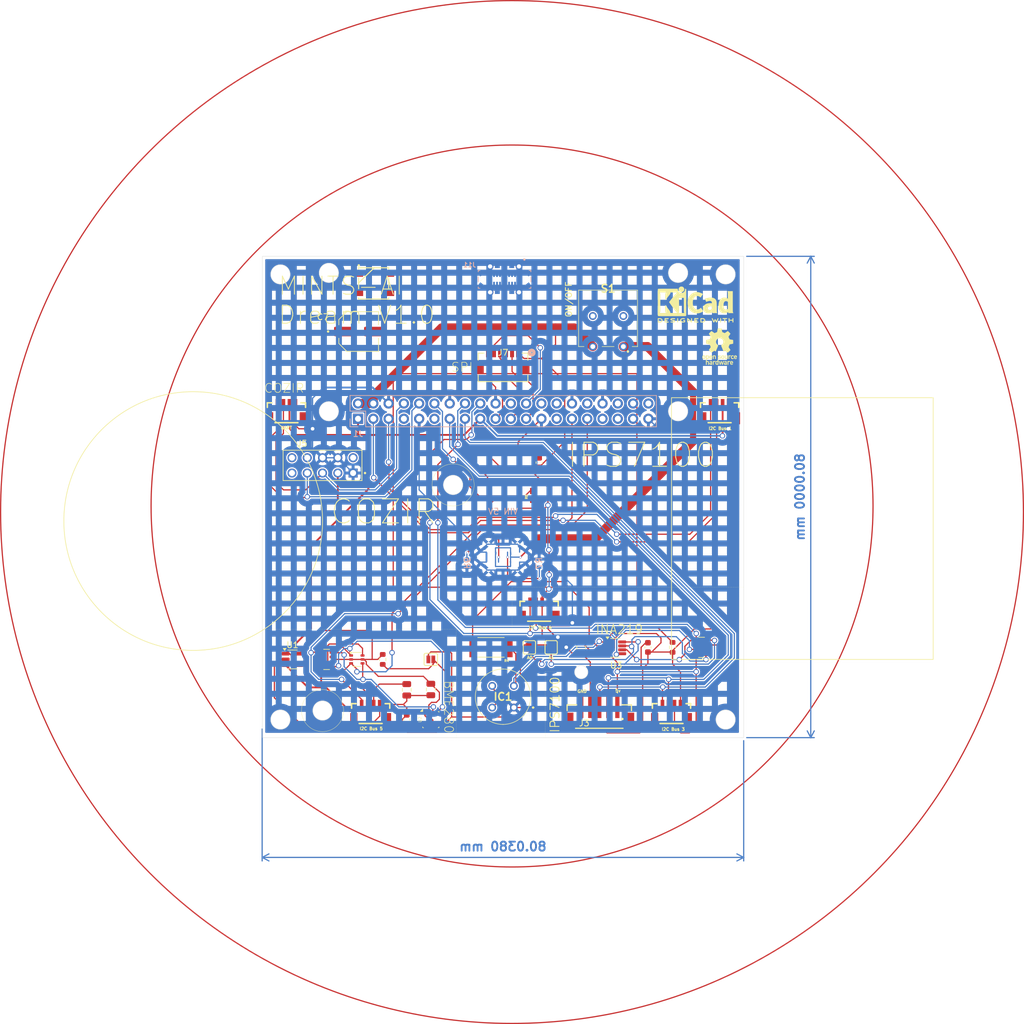
<source format=kicad_pcb>
(kicad_pcb (version 20241229) (generator "pcbnew") (generator_version "9.0")
  (title_block (title "Dream") (date "2025-08-31") (rev "1") (company "Mints-AI, University of Texas at Dallas") (comment 1 "Lakitha Wijeratne"))
  (layers (0 "F.Cu" signal) (2 "B.Cu" signal) (13 "F.Paste" user) (15 "B.Paste" user) (5 "F.SilkS" user "F.Silkscreen") (7 "B.SilkS" user "B.Silkscreen") (1 "F.Mask" user) (3 "B.Mask" user) (25 "Edge.Cuts" user))
  (net 0 "")
  (net 1 "GND")
  (net 2 "/GPIO2{slash}SDA1")
  (net 3 "/GPIO3{slash}SCL1")
  (net 4 "/GPIO4{slash}GPCLK0")
  (net 5 "/GPIO14{slash}TXD0")
  (net 6 "/GPIO15{slash}RXD0")
  (net 7 "/GPIO17")
  (net 8 "/GPIO18{slash}PCM.CLK")
  (net 9 "BME_3V3")
  (net 10 "/GPIO22{slash}SCL3")
  (net 11 "/GPIO5{slash}SDA5")
  (net 12 "/GPIO24{slash}SCL4")
  (net 13 "/GPIO27{slash}SDA3")
  (net 14 "/GPIO10{slash}SPI0.MOSI")
  (net 15 "/GPIO9{slash}SPI0.MISO")
  (net 16 "/GPIO23{slash}SDA4")
  (net 17 "/GPIO11{slash}SPI0.SCLK")
  (net 18 "/GPIO8{slash}SPI0.CE0")
  (net 19 "/GPIO7{slash}SPI0.CE1")
  (net 20 "/ID_SDA")
  (net 21 "/ID_SCL")
  (net 22 "/GPIO26{slash}SCL6")
  (net 23 "/GPIO6{slash}SCL5")
  (net 24 "/GPIO12{slash}PWM0")
  (net 25 "/GPIO13{slash}PWM1")
  (net 26 "/GPIO19{slash}PCM.FS")
  (net 27 "/GPIO16")
  (net 28 "/GPIO20{slash}PCM.DIN")
  (net 29 "/GPIO21{slash}PCM.DOUT")
  (net 30 "+5V")
  (net 31 "+3V3")
  (net 32 "/GPIO25{slash}SDA6")
  (net 35 "/BME_ADD")
  (net 36 "/BME_SCL")
  (net 37 "/BME_SDA")
  (net 46 "/INA+")
  (net 51 "/INA_ADD0")
  (net 53 "/INA_ADD1")
  (net 54 "Net-(U3-IN-)")
  (net 57 "/5V_BUS_USB")
  (net 58 "Net-(D1-DIN)")
  (net 66 "Net-(J11-CC1)")
  (net 71 "Net-(J11-CC2)")
  (footprint "679305124022:679305124022" (layer "F.Cu") (at 106 126.5 180)
    (property "Reference" "J3")
    (property "Value" "679305124022")
  )
  (footprint "SparkFun-Jumper:Jumper_2_NO" (layer "F.Cu") (at 98 115 90)
    (property "Reference" "JP3")
    (property "Value" "~")
  )
  (footprint "Package_TO_SOT_SMD:SOT-23-5" (layer "F.Cu") (at 55 117)
    (property "Reference" "U1")
    (property "Value" "AP2112K-3.3")
  )
  (footprint "Package_LGA:Bosch_LGA-8_2.5x2.5mm_P0.65mm_ClockwisePinNumbering" (layer "F.Cu") (at 78 127)
    (property "Reference" "U2")
    (property "Value" "BME280")
  )
  (footprint "SparkFun-Capacitor:C_0603_1608Metric" (layer "F.Cu") (at 96 84.28605 90)
    (property "Reference" "C6")
    (property "Value" "0.1uF")
  )
  (footprint "SparkFun-Connector:JST_SMD_1.0mm-4_Vertical_Black" (layer "F.Cu") (at 118 126 180)
    (property "Reference" "J4")
    (property "Value" "Qwiic_Vertical")
  )
  (footprint "SparkFun-Resistor:R_0603_1608Metric" (layer "F.Cu") (at 70 117 90)
    (property "Reference" "R2")
    (property "Value" "10k")
  )
  (footprint "downloaded:5013310607" (layer "F.Cu") (at 90 68.4602)
    (property "Reference" "J7")
    (property "Value" "5013310607")
  )
  (footprint "SparkFun-Capacitor:C_0805_2012Metric" (layer "F.Cu") (at 103 115 -90)
    (property "Reference" "C4")
    (property "Value" "10uF")
  )
  (footprint "SparkFun-Semiconductor-Standard:SOT-363" (layer "F.Cu") (at 65.696667 117)
    (property "Reference" "Q1")
    (property "Value" "BSS138")
  )
  (footprint "Package_TO_SOT_SMD:SOT-23-8" (layer "F.Cu") (at 108.6675 115.075)
    (property "Reference" "U3")
    (property "Value" "INA219BxDCN")
  )
  (footprint "SparkFun-Connector:JST_SMD_1.0mm-4_Vertical_Black" (layer "F.Cu") (at 68 126 180)
    (property "Reference" "J2")
    (property "Value" "Qwiic_Vertical")
  )
  (footprint "Symbol:KiCad-Logo2_5mm_SilkScreen" (layer "F.Cu") (at 122 58)
    (property "Reference" "REF**" (hide yes))
    (property "Value" "KiCad-Logo2_5mm_SilkScreen" (hide yes))
  )
  (footprint "SparkFun-Resistor:R_Array_Convex_4x0603" (layer "F.Cu") (at 123 115)
    (property "Reference" "R5")
    (property "Value" "10k")
  )
  (footprint "downloaded:M20-7830542" (layer "F.Cu") (at 60 84.75)
    (property "Reference" "J5")
    (property "Value" "M20-7830542")
  )
  (footprint "downloaded:AB11AHFC" (layer "F.Cu") (at 110 65 180)
    (property "Reference" "S1")
    (property "Value" "AB11AH-FC" (hide yes))
  )
  (footprint "SparkFun-Jumper:Jumper_2_NO" (layer "F.Cu") (at 78 117)
    (property "Reference" "JP1")
    (property "Value" "~")
  )
  (footprint "KiCad:TGS2611C00" (layer "F.Cu") (at 91.8 125)
    (property "Reference" "IC1")
    (property "Value" "TGS2611-C00" (hide yes))
  )
  (footprint "SparkFun-LED:WS2812_5050-4Pin" (layer "F.Cu") (at 68.5 54.5 180)
    (property "Reference" "D1")
    (property "Value" "WS2812B_5050")
  )
  (footprint "SparkFun-Jumper:Jumper_2_NO" (layer "F.Cu") (at 94.3864 115 90)
    (property "Reference" "JP2")
    (property "Value" "~")
  )
  (footprint "SparkFun-Connector:JST_SMD_1.0mm-4_Vertical_Black" (layer "F.Cu") (at 126 76 180)
    (property "Reference" "J9")
    (property "Value" "Qwiic_Vertical")
  )
  (footprint "SparkFun-Resistor:R_Array_Convex_4x0603" (layer "F.Cu") (at 60.673333 117)
    (property "Reference" "R1")
    (property "Value" "10k")
  )
  (footprint "downloaded:RC0603FR-07330RL" (layer "F.Cu") (at 95 89.735 90)
    (property "Reference" "R8")
    (property "Value" "RC0603FR-07330RL")
  )
  (footprint "SparkFun-Capacitor:C_0805_2012Metric" (layer "F.Cu") (at 74 122.05 -90)
    (property "Reference" "C2")
    (property "Value" "10uF")
  )
  (footprint "SparkFun-Capacitor:C_0805_2012Metric" (layer "F.Cu") (at 78 122 -90)
    (property "Reference" "C3")
    (property "Value" "10uF")
  )
  (footprint "downloaded:PT2512FK-070R1L" (layer "F.Cu") (at 88 115 180)
    (property "Reference" "R4")
    (property "Value" "PT2512FK-070R1L")
  )
  (footprint "Symbol:OSHW-Logo_5.7x6mm_SilkScreen" (layer "F.Cu") (at 126 65)
    (property "Reference" "REF**" (hide yes))
    (property "Value" "OSHW-Logo_5.7x6mm_SilkScreen" (hide yes))
  )
  (footprint "SparkFun-Capacitor:C_0603_1608Metric" (layer "F.Cu") (at 114.085 115 -90)
    (property "Reference" "C5")
    (property "Value" "0.1uF")
  )
  (footprint "SparkFun-Resistor:R_0603_1608Metric" (layer "F.Cu") (at 118.1825 115 90)
    (property "Reference" "R3")
    (property "Value" "10k")
  )
  (footprint "SparkFun-Connector:JST_SMD_1.0mm-4_Vertical_Black" (layer "F.Cu") (at 54 76 180)
    (property "Reference" "J6")
    (property "Value" "Qwiic_Vertical")
  )
  (footprint "downloaded:EEV107M010S9GAA" (layer "F.Cu") (at 66.005 62.5)
    (property "Reference" "C7")
    (property "Value" "EEV107M010S9GAA")
  )
  (footprint "SparkFun-Capacitor:C_0603_1608Metric" (layer "F.Cu") (at 74 127 90)
    (property "Reference" "C1")
    (property "Value" "0.1uF")
  )
  (footprint "SparkFun-Connector:JST_SMD_1.0mm-4_Vertical_Black" (layer "F.Cu") (at 96 109 180)
    (property "Reference" "J8")
    (property "Value" "Qwiic_Vertical")
  )
  (footprint "Connector_PinSocket_2.54mm:PinSocket_2x20_P2.54mm_Vertical" (layer "B.Cu") (at 65.9 77 -90)
    (property "Reference" "J1")
    (property "Value" "GPIO")
  )
  (footprint "downloaded:RC0603N_YAG-L" (layer "B.Cu") (at 96 101 -90)
    (property "Reference" "R7")
    (property "Value" "RC0603FR-075K1L")
  )
  (footprint "downloaded:RC0603N_YAG-L" (layer "B.Cu") (at 84 101 90)
    (property "Reference" "R6")
    (property "Value" "RC0603FR-075K1L")
  )
  (footprint "downloaded:10132328-10011LF" (layer "B.Cu") (at 90.25 53.83 180)
    (property "Reference" "J11")
    (property "Value" "10132328-10011LF")
    (fp_line (start 3.96 0.29) (end 3.54 0.29) (stroke (width 0.01)) (layer "Edge.Cuts"))
    (fp_line (start 3.54 -0.29) (end 3.96 -0.29) (stroke (width 0.01)) (layer "Edge.Cuts"))
    (fp_arc (start 3.96 -0.29) (mid 4.25 0) (end 3.96 0.29) (stroke (width 0.01)) (layer "Edge.Cuts"))
    (fp_arc (start 3.54 0.29) (mid 3.25 0) (end 3.54 -0.29) (stroke (width 0.01)) (layer "Edge.Cuts"))
  )
  (gr_circle (center 91.494118 92.5) (end 92.494118 7.5) (stroke (width 0.2)) (fill no) (layer "F.Cu"))
  (gr_circle (center 91.5 91.5) (end 91.5 151.5) (stroke (width 0.2)) (fill no) (layer "F.Cu"))
  (gr_rect (start 71.75 69.5) (end 112.25 105) (stroke (width 0.2)) (fill no) (layer "F.Cu"))
  (gr_line (start 62.535 86.157) (end 62.535 93.777) (stroke (width 0.3)) (layer "F.Cu") (net 31))
  (gr_rect (start 118 73.5) (end 161.5 117) (stroke (width 0.12)) (fill no) (layer "F.SilkS"))
  (gr_line (start 82.22 130) (end 82.22 112) (stroke (width 0.05) (type dot)) (layer "F.SilkS"))
  (gr_circle (center 81.7 88) (end 85.2 88) (stroke (width 0.05)) (fill no) (layer "F.SilkS"))
  (gr_line (start 49.962 112) (end 91.5 112) (stroke (width 0.05) (type dot)) (layer "F.SilkS"))
  (gr_line (start 97 130) (end 97 119) (stroke (width 0.05) (type dot)) (layer "F.SilkS"))
  (gr_line (start 91.5 112) (end 91.5 105) (stroke (width 0.05) (type dot)) (layer "F.SilkS"))
  (gr_line (start 91.5 105) (end 130 105) (stroke (width 0.05) (type dot)) (layer "F.SilkS"))
  (gr_circle (center 38.5 94) (end 60 94) (stroke (width 0.12)) (fill no) (layer "F.SilkS"))
  (gr_line (start 97 119) (end 100 119) (stroke (width 0.05) (type dot)) (layer "F.SilkS"))
  (gr_circle (center 60 125.5) (end 63.5 125.5) (stroke (width 0.05)) (fill no) (layer "F.SilkS"))
  (gr_circle (center 119.1 75.75) (end 120.7 75.75) (stroke (width 0.05)) (fill no) (layer "Edge.Cuts"))
  (gr_circle (center 127 127) (end 128.6 127) (stroke (width 0.05)) (fill no) (layer "Edge.Cuts"))
  (gr_circle (center 119.1 52.75) (end 120.7 52.75) (stroke (width 0.05)) (fill no) (layer "Edge.Cuts"))
  (gr_circle (center 103 119.1) (end 104.1 119.1) (stroke (width 0.05)) (fill no) (layer "Edge.Cuts"))
  (gr_circle (center 60 125.5) (end 61.6 125.5) (stroke (width 0.05)) (fill no) (layer "Edge.Cuts"))
  (gr_circle (center 53 53) (end 54.6 53) (stroke (width 0.05)) (fill no) (layer "Edge.Cuts"))
  (gr_circle (center 61.05 52.75) (end 62.65 52.75) (stroke (width 0.05)) (fill no) (layer "Edge.Cuts"))
  (gr_circle (center 61.05 75.75) (end 62.65 75.75) (stroke (width 0.05)) (fill no) (layer "Edge.Cuts"))
  (gr_circle (center 53 127) (end 54.6 127) (stroke (width 0.05)) (fill no) (layer "Edge.Cuts"))
  (gr_circle (center 127 53) (end 128.6 53) (stroke (width 0.05)) (fill no) (layer "Edge.Cuts"))
  (gr_circle (center 81.7 88) (end 83.3 88) (stroke (width 0.05)) (fill no) (layer "Edge.Cuts"))
  (gr_rect (start 50 50) (end 130 130) (stroke (width 0.05)) (fill no) (layer "Edge.Cuts"))
  (gr_text "I2C Bus 5" (at 66.1 128.8 0) (layer "F.SilkS") (effects (font (size 0.5 0.5) (thickness 0.125)) (justify left bottom)))
  (gr_text "5v" (at 108.6 122.5 0) (layer "F.SilkS") (effects (font (size 0.5 0.5) (thickness 0.125)) (justify left bottom)))
  (gr_text "BME280" (at 80.1 120.4 270) (layer "F.SilkS") (effects (font (size 1.5 1.5) (thickness 0.1)) (justify left bottom)))
  (gr_text "." (at 108.7 122.7 0) (layer "F.SilkS") (effects (font (size 1 1) (thickness 0.125)) (justify left bottom)))
  (gr_text "COZIR" (at 50.2 72.8 0) (layer "F.SilkS") (effects (font (size 1.5 1.5) (thickness 0.1)) (justify left bottom)))
  (gr_text "IPS7100" (at 100.5 85.4 0) (layer "F.SilkS") (effects (font (size 4 4)) (justify left bottom)))
  (gr_text "INA219" (at 105.3 112.9 0) (layer "F.SilkS") (effects (font (size 1.5 1.5)) (justify left bottom)))
  (gr_text "ON/OFF" (at 101.5 60.2 90) (layer "F.SilkS") (effects (font (size 1 1)) (justify left bottom)))
  (gr_text "A1" (at 97.5 117 0) (layer "F.SilkS") (effects (font (size 0.5 0.5) (thickness 0.125) (bold yes)) (justify left bottom)))
  (gr_text "I2C Bus 3" (at 116.3 128.9 0) (layer "F.SilkS") (effects (font (size 0.5 0.5) (thickness 0.125)) (justify left bottom)))
  (gr_text "MINTS-AI\nDream V1.0" (at 52.51 61.5 0) (layer "F.SilkS") (effects (font (size 3 3)) (justify left bottom)))
  (gr_text "IPS7100" (at 99.5 129.3 90) (layer "F.SilkS") (effects (font (size 1.5 1.5)) (justify left bottom)))
  (gr_text "GND" (at 102.3 122.6 0) (layer "F.SilkS") (effects (font (size 0.5 0.5) (thickness 0.125)) (justify left bottom)))
  (gr_text "SPI" (at 81.3 69.3 0) (layer "F.SilkS") (effects (font (size 1.5 1.5) (thickness 0.1)) (justify left bottom)))
  (gr_text "I2C Bus 4" (at 94.2 112 0) (layer "F.SilkS") (effects (font (size 0.5 0.5) (thickness 0.125)) (justify left bottom)))
  (gr_text "UART" (at 53 78.8 0) (layer "F.SilkS") (effects (font (size 0.5 0.5) (thickness 0.125)) (justify left bottom)))
  (gr_text "COZIR" (at 61.1 94.8 0) (layer "F.SilkS") (effects (font (size 4 4)) (justify left bottom)))
  (gr_text "A0" (at 93.9 117 0) (layer "F.SilkS") (effects (font (size 0.5 0.5) (thickness 0.125)) (justify left bottom)))
  (gr_text "I2C Bus 1" (at 124.1 78.9 0) (layer "F.SilkS") (effects (font (size 0.5 0.5) (thickness 0.125)) (justify left bottom)))
  (gr_text "VIN 5V" (at 90 93 0) (layer "B.SilkS") (effects (font (size 1 1)) (justify bottom mirror)))
  (dimension (type orthogonal) (layer "B.Cu") (pts (xy 130 130) (xy 130 50)) (height 11.148) (orientation 1) (format (prefix "") (suffix "") (units 3) (units_format 1) (precision 4)) (style (thickness 0.2) (arrow_length 1.27) (text_position_mode 0) (arrow_direction outward) (extension_height 0.58642) (extension_offset 0.5) (keep_text_aligned yes)) (gr_text "80.0000 mm" (at 139.348 90 90) (layer "B.Cu") (effects (font (size 1.5 1.5) (thickness 0.3)) (justify mirror))))
  (dimension (type orthogonal) (layer "B.Cu") (pts (xy 49.962 128.067) (xy 130 130)) (height 21.844) (orientation 0) (format (prefix "") (suffix "") (units 3) (units_format 1) (precision 4)) (style (thickness 0.2) (arrow_length 1.27) (text_position_mode 0) (arrow_direction outward) (extension_height 0.58642) (extension_offset 0.5) (keep_text_aligned yes)) (gr_text "80.0380 mm" (at 89.981 148.111 0) (layer "B.Cu") (effects (font (size 1.5 1.5) (thickness 0.3)) (justify mirror))))
  (segment (start 74 125.054) (end 73.435 124.489) (width 0.2) (layer "F.Cu") (net 1))
  (segment (start 84.76 83.998) (end 84.76 81.712) (width 0.2) (layer "F.Cu") (net 1))
  (segment (start 98.822 113.3) (end 97.5 111.978) (width 0.2) (layer "F.Cu") (net 1))
  (segment (start 127.5 78.596) (end 127.432 78.664) (width 0.2) (layer "F.Cu") (net 1))
  (segment (start 125.4 111.938) (end 121.7805 111.938) (width 0.2) (layer "F.Cu") (net 1))
  (segment (start 103 115.95) (end 104.32 117.27) (width 0.2) (layer "F.Cu") (net 1))
  (segment (start 97.5 111.978) (end 97.5 111.43) (width 0.2) (layer "F.Cu") (net 1))
  (segment (start 84.76 81.712) (end 85.014 81.458) (width 0.2) (layer "F.Cu") (net 1))
  (segment (start 121.7805 111.938) (end 118.1825 115.536) (width 0.2) (layer "F.Cu") (net 1))
  (segment (start 113.208 118.542) (end 114.085 117.665) (width 0.2) (layer "F.Cu") (net 1))
  (segment (start 103 124.95) (end 104.5 124.95) (width 0.2) (layer "F.Cu") (net 1))
  (segment (start 69.5 126.436) (end 66.98 128.956) (width 0.2) (layer "F.Cu") (net 1))
  (segment (start 77.5936 117) (end 77.5936 116.165) (width 0.2) (layer "F.Cu") (net 1))
  (segment (start 74 123.924) (end 74 123) (width 0.2) (layer "F.Cu") (net 1))
  (segment (start 69.5 124.489) (end 69.5 126.436) (width 0.2) (layer "F.Cu") (net 1))
  (segment (start 51.994 117.78) (end 52.774 117) (width 0.2) (layer "F.Cu") (net 1))
  (segment (start 92.495 81.585) (end 92.495 83) (width 0.2) (layer "F.Cu") (net 1))
  (segment (start 101.524 110.922) (end 101.016 111.43) (width 0.2) (layer "F.Cu") (net 1))
  (segment (start 102.95 125) (end 103 124.95) (width 0.2) (layer "F.Cu") (net 1))
  (segment (start 90.231 126.569) (end 81.458 126.569) (width 0.2) (layer "F.Cu") (net 1))
  (segment (start 78.0106 115.748) (end 81.204 115.748) (width 0.2) (layer "F.Cu") (net 1))
  (segment (start 126.416 113.716) (end 126.416 112.954) (width 0.2) (layer "F.Cu") (net 1))
  (segment (start 96.38 77) (end 92.495 80.885) (width 0.2) (layer "F.Cu") (net 1))
  (segment (start 77.025 126.352) (end 77.025 125.975) (width 0.2) (layer "F.Cu") (net 1))
  (segment (start 73.435 124.489) (end 74 123.924) (width 0.2) (layer "F.Cu") (net 1))
  (segment (start 91.8 125) (end 90.231 126.569) (width 0.2) (layer "F.Cu") (net 1))
  (segment (start 104.5 124.95) (end 104.5 117.45) (width 0.2) (layer "F.Cu") (net 1))
  (segment (start 116.256 113.462) (end 115.494 112.7) (width 0.2) (layer "F.Cu") (net 1))
  (segment (start 97.5 111.43) (end 97.5 107.489) (width 0.2) (layer "F.Cu") (net 1))
  (segment (start 104.5 126.4) (end 107.31 129.21) (width 0.2) (layer "F.Cu") (net 1))
  (segment (start 115.494 112.7) (end 109.398 112.7) (width 0.2) (layer "F.Cu") (net 1))
  (segment (start 127.5 74.489) (end 127.5 78.596) (width 0.2) (layer "F.Cu") (net 1))
  (segment (start 123.9 115.4) (end 123.9 114.6) (width 0.2) (layer "F.Cu") (net 1))
  (segment (start 58.344 78.664) (end 56.058 78.664) (width 0.2) (layer "F.Cu") (net 1))
  (segment (start 74 126.225) (end 74 125.054) (width 0.2) (layer "F.Cu") (net 1))
  (segment (start 113.208 128.702) (end 113.208 118.542) (width 0.2) (layer "F.Cu") (net 1))
  (segment (start 77.95 123) (end 78 122.95) (width 0.2) (layer "F.Cu") (net 1))
  (segment (start 126.416 112.954) (end 125.4 111.938) (width 0.2) (layer "F.Cu") (net 1))
  (segment (start 108.192499 115.4) (end 107.53 115.4) (width 0.2) (layer "F.Cu") (net 1))
  (segment (start 103 115.95) (end 101.472 115.95) (width 0.2) (layer "F.Cu") (net 1))
  (segment (start 91.8 125) (end 102.95 125) (width 0.2) (layer "F.Cu") (net 1))
  (segment (start 109.398 112.7) (end 108.4935 113.6045) (width 0.2) (layer "F.Cu") (net 1))
  (segment (start 92.495 83) (end 95.48895 83) (width 0.2) (layer "F.Cu") (net 1))
  (segment (start 87.423 88.4) (end 87.423 86.661) (width 0.2) (layer "F.Cu") (net 1))
  (segment (start 77.025 125.975) (end 74.25 125.975) (width 0.2) (layer "F.Cu") (net 1))
  (segment (start 55.5 78.106) (end 55.5 74.489) (width 0.2) (layer "F.Cu") (net 1))
  (segment (start 77.675 127.002) (end 77.025 126.352) (width 0.2) (layer "F.Cu") (net 1))
  (segment (start 57.582 128.956) (end 51.994 123.368) (width 0.2) (layer "F.Cu") (net 1))
  (segment (start 73.224 127.001) (end 74 126.225) (width 0.2) (layer "F.Cu") (net 1))
  (segment (start 104.5 124.95) (end 104.5 126.4) (width 0.2) (layer "F.Cu") (net 1))
  (segment (start 77.5936 116.165) (end 78.0106 115.748) (width 0.2) (layer "F.Cu") (net 1))
  (segment (start 80.315 115.748) (end 81.204 115.748) (width 0.2) (layer "F.Cu") (net 1))
  (segment (start 101.472 115.95) (end 100.508 114.986) (width 0.2) (layer "F.Cu") (net 1))
  (segment (start 118.1825 115.825) (end 117.857 115.825) (width 0.2) (layer "F.Cu") (net 1))
  (segment (start 114.705 115.775) (end 116.256 114.224) (width 0.2) (layer "F.Cu") (net 1))
  (segment (start 114.085 117.665) (end 114.085 115.775) (width 0.2) (layer "F.Cu") (net 1))
  (segment (start 56.058 78.664) (end 55.5 78.106) (width 0.2) (layer "F.Cu") (net 1))
  (segment (start 88.76 74.46) (end 88.76 71.742) (width 0.2) (layer "F.Cu") (net 1))
  (segment (start 119.5 124.489) (end 119.5 119.0975) (width 0.2) (layer "F.Cu") (net 1))
  (segment (start 107.31 129.21) (end 112.7 129.21) (width 0.2) (layer "F.Cu") (net 1))
  (segment (start 123.9 114.6) (end 125.532 114.6) (width 0.2) (layer "F.Cu") (net 1))
  (segment (start 87.423 86.661) (end 84.76 83.998) (width 0.2) (layer "F.Cu") (net 1))
  (segment (start 78.924 129.103) (end 74.10289 129.103) (width 0.2) (layer "F.Cu") (net 1))
  (segment (start 73.224 128.22411) (end 73.224 127.001) (width 0.2) (layer "F.Cu") (net 1))
  (segment (start 99.111 113.3) (end 98.822 113.3) (width 0.2) (layer "F.Cu") (net 1))
  (segment (start 125.532 114.6) (end 126.416 113.716) (width 0.2) (layer "F.Cu") (net 1))
  (segment (start 104.5 117.45) (end 104.32 117.27) (width 0.2) (layer "F.Cu") (net 1))
  (segment (start 74.25 125.975) (end 74 126.225) (width 0.2) (layer "F.Cu") (net 1))
  (segment (start 85.014 81.458) (end 92.368 81.458) (width 0.2) (layer "F.Cu") (net 1))
  (segment (start 73.435 124.489) (end 72.511 124.489) (width 0.2) (layer "F.Cu") (net 1))
  (segment (start 117.857 115.825) (end 117.807 115.775) (width 0.2) (layer "F.Cu") (net 1))
  (segment (start 52.774 117) (end 53.8625 117) (width 0.2) (layer "F.Cu") (net 1))
  (segment (start 116.256 114.224) (end 116.256 113.462) (width 0.2) (layer "F.Cu") (net 1))
  (segment (start 69.5 124.489) (end 72.511 124.489) (width 0.2) (layer "F.Cu") (net 1))
  (segment (start 118.1825 117.78) (end 118.1825 115.825) (width 0.2) (layer "F.Cu") (net 1))
  (segment (start 112.7 129.21) (end 113.208 128.702) (width 0.2) (layer "F.Cu") (net 1))
  (segment (start 87.5 70.482) (end 87.5 66) (width 0.2) (layer "F.Cu") (net 1))
  (segment (start 51.994 123.368) (end 51.994 117.78) (width 0.2) (layer "F.Cu") (net 1))
  (segment (start 81.458 126.569) (end 78.924 129.103) (width 0.2) (layer "F.Cu") (net 1))
  (segment (start 81.458 116.002) (end 81.458 126.569) (width 0.2) (layer "F.Cu") (net 1))
  (segment (start 108.4935 113.6045) (end 108.4935 115.098999) (width 0.2) (layer "F.Cu") (net 1))
  (segment (start 108.4935 115.098999) (end 108.192499 115.4) (width 0.2) (layer "F.Cu") (net 1))
  (segment (start 77.675 128.025) (end 77.675 127.002) (width 0.2) (layer "F.Cu") (net 1))
  (segment (start 92.368 81.458) (end 92.495 81.585) (width 0.2) (layer "F.Cu") (net 1))
  (segment (start 74 123) (end 77.95 123) (width 0.2) (layer "F.Cu") (net 1))
  (segment (start 117.807 115.775) (end 114.085 115.775) (width 0.2) (layer "F.Cu") (net 1))
  (segment (start 74.10289 129.103) (end 73.224 128.22411) (width 0.2) (layer "F.Cu") (net 1))
  (segment (start 119.5 119.0975) (end 118.1825 117.78) (width 0.2) (layer "F.Cu") (net 1))
  (segment (start 81.204 115.748) (end 81.458 116.002) (width 0.2) (layer "F.Cu") (net 1))
  (segment (start 101.016 111.43) (end 97.5 111.43) (width 0.2) (layer "F.Cu") (net 1))
  (segment (start 88.76 71.742) (end 87.5 70.482) (width 0.2) (layer "F.Cu") (net 1))
  (segment (start 95.48895 83) (end 96 83.51105) (width 0.2) (layer "F.Cu") (net 1))
  (segment (start 92.495 80.885) (end 92.495 81.585) (width 0.2) (layer "F.Cu") (net 1))
  (segment (start 118.1825 115.536) (end 118.1825 115.825) (width 0.2) (layer "F.Cu") (net 1))
  (segment (start 66.98 128.956) (end 57.582 128.956) (width 0.2) (layer "F.Cu") (net 1))
  (segment (start 114.085 115.775) (end 114.705 115.775) (width 0.2) (layer "F.Cu") (net 1))
  (via (at 101.524 110.922) (size 0.9) (drill 0.6) (layers "F.Cu" "B.Cu") (net 1))
  (via (at 58.344 78.664) (size 0.9) (drill 0.6) (layers "F.Cu" "B.Cu") (net 1))
  (via (at 127.432 78.664) (size 0.9) (drill 0.6) (layers "F.Cu" "B.Cu") (net 1))
  (via (at 99.111 113.3) (size 0.9) (drill 0.6) (layers "F.Cu" "B.Cu") (net 1))
  (via (at 100.508 114.986) (size 0.9) (drill 0.6) (layers "F.Cu" "B.Cu") (net 1))
  (segment (start 86.4 100.83) (end 86.23 101) (width 0.2) (layer "B.Cu") (net 1))
  (segment (start 93.77 99) (end 94.21 99.44) (width 0.2) (layer "B.Cu") (net 1))
  (segment (start 114.16 77) (end 115.824 78.664) (width 0.2) (layer "B.Cu") (net 1))
  (segment (start 58.344 81.824) (end 60 83.48) (width 0.2) (layer "B.Cu") (net 1))
  (segment (start 84.125 96.825) (end 84.125 96.895) (width 0.2) (layer "B.Cu") (net 1))
  (segment (start 92.75 100.83) (end 93.6 100.83) (width 0.2) (layer "B.Cu") (net 1))
  (segment (start 87.6 102.15) (end 87.38 102.15) (width 0.2) (layer "B.Cu") (net 1))
  (segment (start 87.25 100.83) (end 86.4 100.83) (width 0.2) (layer "B.Cu") (net 1))
  (segment (start 94.21 100.56) (end 93.77 101) (width 0.2) (layer "B.Cu") (net 1))
  (segment (start 84 96.95) (end 84.125 96.825) (width 0.2) (layer "B.Cu") (net 1))
  (segment (start 92.75 99.17) (end 92.75 98.2) (width 0.2) (layer "B.Cu") (net 1))
  (segment (start 101.524 104.6891) (end 101.524 110.922) (width 0.2) (layer "B.Cu") (net 1))
  (segment (start 115.824 78.664) (end 127.432 78.664) (width 0.2) (layer "B.Cu") (net 1))
  (segment (start 92.75 100.83) (end 92.75 101.8) (width 0.2) (layer "B.Cu") (net 1))
  (segment (start 93.77 99) (end 93.55 99) (width 0.2) (layer "B.Cu") (net 1))
  (segment (start 92.75 101.8) (end 92.4 102.15) (width 0.2) (layer "B.Cu") (net 1))
  (segment (start 86.23 101) (end 85.4553 101.7747) (width 0.2) (layer "B.Cu") (net 1))
  (segment (start 96 100.3269) (end 97.1618 100.3269) (width 0.2) (layer "B.Cu") (net 1))
  (segment (start 86.4 99.17) (end 86.23 99) (width 0.2) (layer "B.Cu") (net 1))
  (segment (start 68.326 71.806) (end 60.122 71.806) (width 0.3) (layer "B.Cu") (net 1))
  (segment (start 87.25 99.17) (end 86.4 99.17) (width 0.2) (layer "B.Cu") (net 1))
  (segment (start 70.98 74.46) (end 68.326 71.806) (width 0.3) (layer "B.Cu") (net 1))
  (segment (start 94.21 99.44) (end 94.21 100.56) (width 0.2) (layer "B.Cu") (net 1))
  (segment (start 92.4 102.15) (end 92.62 102.15) (width 0.2) (layer "B.Cu") (net 1))
  (segment (start 92.75 98.2) (end 92.4 97.85) (width 0.2) (layer "B.Cu") (net 1))
  (segment (start 93.6 100.83) (end 93.77 101) (width 0.2) (layer "B.Cu") (net 1))
  (segment (start 99.111 113.589) (end 100.508 114.986) (width 0.2) (layer "B.Cu") (net 1))
  (segment (start 58.344 73.584) (end 60.122 71.806) (width 0.2) (layer "B.Cu") (net 1))
  (segment (start 65.08 86.02) (end 62.54 83.48) (width 0.2) (layer "B.Cu") (net 1))
  (segment (start 99.111 113.3) (end 99.111 113.589) (width 0.2) (layer "B.Cu") (net 1))
  (segment (start 86.23 99) (end 76.06 88.83) (width 0.2) (layer "B.Cu") (net 1))
  (segment (start 87.6 97.85) (end 87.38 97.85) (width 0.2) (layer "B.Cu") (net 1))
  (segment (start 97.1618 100.3269) (end 101.524 104.6891) (width 0.2) (layer "B.Cu") (net 1))
  (segment (start 76.06 88.83) (end 76.06 77) (width 0.2) (layer "B.Cu") (net 1))
  (segment (start 62.54 83.48) (end 60 83.48) (width 0.2) (layer "B.Cu") (net 1))
  (segment (start 92.4 102.15) (end 87.6 102.15) (width 0.2) (layer "B.Cu") (net 1))
  (segment (start 93.55 99) (end 92.4 97.85) (width 0.2) (layer "B.Cu") (net 1))
  (segment (start 85.4553 101.7747) (end 84 101.7747) (width 0.2) (layer "B.Cu") (net 1))
  (segment (start 92.62 102.15) (end 93.77 101) (width 0.2) (layer "B.Cu") (net 1))
  (segment (start 86.23 99) (end 86.23 98.93) (width 0.2) (layer "B.Cu") (net 1))
  (segment (start 94.21 100.56) (end 94.4431 100.3269) (width 0.2) (layer "B.Cu") (net 1))
  (segment (start 58.344 78.664) (end 58.344 73.584) (width 0.2) (layer "B.Cu") (net 1))
  (segment (start 87.38 97.85) (end 86.23 99) (width 0.2) (layer "B.Cu") (net 1))
  (segment (start 58.344 78.664) (end 58.344 81.824) (width 0.2) (layer "B.Cu") (net 1))
  (segment (start 94.4431 100.3269) (end 96 100.3269) (width 0.2) (layer "B.Cu") (net 1))
  (segment (start 87.6 97.85) (end 92.4 97.85) (width 0.2) (layer "B.Cu") (net 1))
  (segment (start 87.38 102.15) (end 86.23 101) (width 0.2) (layer "B.Cu") (net 1))
  (segment (start 77.648 95.936) (end 84.252 95.936) (width 0.2) (layer "F.Cu") (net 2))
  (segment (start 68.504 86.792) (end 77.648 95.936) (width 0.2) (layer "F.Cu") (net 2))
  (segment (start 84.252 95.936) (end 86.284 93.904) (width 0.2) (layer "F.Cu") (net 2))
  (segment (start 120.828 97.46) (end 125.5 92.788) (width 0.2) (layer "F.Cu") (net 2))
  (segment (start 100 93.904) (end 99.977669 93.881669) (width 0.2) (layer "F.Cu") (net 2))
  (segment (start 125.5 92.788) (end 125.5 74.489) (width 0.2) (layer "F.Cu") (net 2))
  (segment (start 108.89 97.46) (end 120.828 97.46) (width 0.2) (layer "F.Cu") (net 2))
  (segment (start 86.284 93.904) (end 100 93.904) (width 0.2) (layer "F.Cu") (net 2))
  (via (at 99.977669 93.881669) (size 0.9) (drill 0.6) (layers "F.Cu" "B.Cu") (net 2))
  (via (at 68.504 86.792) (size 0.9) (drill 0.6) (layers "F.Cu" "B.Cu") (net 2))
  (via (at 108.89 97.46) (size 0.9) (drill 0.6) (layers "F.Cu" "B.Cu") (net 2))
  (segment (start 68.44 77) (end 68.44 86.728) (width 0.2) (layer "B.Cu") (net 2))
  (segment (start 105.311669 93.881669) (end 108.89 97.46) (width 0.2) (layer "B.Cu") (net 2))
  (segment (start 68.44 86.728) (end 68.504 86.792) (width 0.2) (layer "B.Cu") (net 2))
  (segment (start 99.977669 93.881669) (end 105.311669 93.881669) (width 0.2) (layer "B.Cu") (net 2))
  (segment (start 86.00045 93.396) (end 98.73 93.396) (width 0.2) (layer "F.Cu") (net 3))
  (segment (start 83.96845 95.428) (end 86.00045 93.396) (width 0.2) (layer "F.Cu") (net 3))
  (segment (start 71.044 88.57) (end 77.902 95.428) (width 0.2) (layer "F.Cu") (net 3))
  (segment (start 71.044 84.252) (end 71.044 88.57) (width 0.2) (layer "F.Cu") (net 3))
  (segment (start 98.73 93.396) (end 98.73 93.154) (width 0.2) (layer "F.Cu") (net 3))
  (segment (start 121.06 96.19) (end 124.5 92.75) (width 0.2) (layer "F.Cu") (net 3))
  (segment (start 124.5 92.75) (end 124.5 74.489) (width 0.2) (layer "F.Cu") (net 3))
  (segment (start 70.98 84.188) (end 71.044 84.252) (width 0.2) (layer "F.Cu") (net 3))
  (segment (start 108.89 96.19) (end 121.06 96.19) (width 0.2) (layer "F.Cu") (net 3))
  (segment (start 77.902 95.428) (end 83.96845 95.428) (width 0.2) (layer "F.Cu") (net 3))
  (via (at 70.98 84.188) (size 0.9) (drill 0.6) (layers "F.Cu" "B.Cu") (net 3))
  (via (at 98.73 93.154) (size 0.9) (drill 0.6) (layers "F.Cu" "B.Cu") (net 3))
  (via (at 108.89 96.19) (size 0.9) (drill 0.6) (layers "F.Cu" "B.Cu") (net 3))
  (segment (start 98.996 92.888) (end 105.588 92.888) (width 0.2) (layer "B.Cu") (net 3))
  (segment (start 71.044 84.252) (end 70.98 84.188) (width 0.2) (layer "B.Cu") (net 3))
  (segment (start 105.588 92.888) (end 108.89 96.19) (width 0.2) (layer "B.Cu") (net 3))
  (segment (start 98.73 93.154) (end 98.996 92.888) (width 0.2) (layer "B.Cu") (net 3))
  (segment (start 70.98 77) (end 70.98 84.188) (width 0.2) (layer "B.Cu") (net 3))
  (segment (start 52.248 87.554) (end 53.518 88.824) (width 0.2) (layer "F.Cu") (net 5))
  (segment (start 52.248 80.696) (end 52.248 87.554) (width 0.2) (layer "F.Cu") (net 5))
  (segment (start 53.5 74.489) (end 53.5 79.444) (width 0.2) (layer "F.Cu") (net 5))
  (segment (start 53.518 88.824) (end 57.196 88.824) (width 0.2) (layer "F.Cu") (net 5))
  (segment (start 57.196 88.824) (end 60 86.02) (width 0.2) (layer "F.Cu") (net 5))
  (segment (start 53.5 79.444) (end 52.248 80.696) (width 0.2) (layer "F.Cu") (net 5))
  (segment (start 62.804 88.824) (end 60 86.02) (width 0.2) (layer "B.Cu") (net 5))
  (segment (start 72.314 75.666) (end 72.314 85.268) (width 0.2) (layer "B.Cu") (net 5))
  (segment (start 72.314 85.268) (end 68.758 88.824) (width 0.2) (layer "B.Cu") (net 5))
  (segment (start 73.52 74.46) (end 72.314 75.666) (width 0.2) (layer "B.Cu") (net 5))
  (segment (start 68.758 88.824) (end 62.804 88.824) (width 0.2) (layer "B.Cu") (net 5))
  (segment (start 51.232 80.188) (end 52.5 78.92) (width 0.2) (layer "F.Cu") (net 6))
  (segment (start 52.5 78.92) (end 52.5 74.489) (width 0.2) (layer "F.Cu") (net 6))
  (segment (start 53.264 90.094) (end 51.232 88.062) (width 0.2) (layer "F.Cu") (net 6))
  (segment (start 51.232 88.062) (end 51.232 80.188) (width 0.2) (layer "F.Cu") (net 6))
  (segment (start 57.46 89.962) (end 57.328 90.094) (width 0.2) (layer "F.Cu") (net 6))
  (segment (start 57.328 90.094) (end 53.264 90.094) (width 0.2) (layer "F.Cu") (net 6))
  (via (at 57.46 89.962) (size 0.9) (drill 0.6) (layers "F.Cu" "B.Cu") (net 6))
  (segment (start 70.414 89.962) (end 57.46 89.962) (width 0.2) (layer "B.Cu") (net 6))
  (segment (start 57.46 89.962) (end 57.46 86.02) (width 0.2) (layer "B.Cu") (net 6))
  (segment (start 74.854 85.522) (end 70.414 89.962) (width 0.2) (layer "B.Cu") (net 6))
  (segment (start 74.854 75.666) (end 74.854 85.522) (width 0.2) (layer "B.Cu") (net 6))
  (segment (start 76.06 74.46) (end 74.854 75.666) (width 0.2) (layer "B.Cu") (net 6))
  (segment (start 84.506 88.316) (end 84.506 86.538) (width 0.2) (layer "F.Cu") (net 8))
  (segment (start 93.65 89.84) (end 86.03 89.84) (width 0.2) (layer "F.Cu") (net 8))
  (segment (start 84.506 86.538) (end 81.712 83.744) (width 0.2) (layer "F.Cu") (net 8))
  (segment (start 95 89) (end 94.49 89) (width 0.2) (layer "F.Cu") (net 8))
  (segment (start 86.03 89.84) (end 84.506 88.316) (width 0.2) (layer "F.Cu") (net 8))
  (segment (start 94.49 89) (end 93.65 89.84) (width 0.2) (layer "F.Cu") (net 8))
  (via (at 81.712 83.744) (size 0.9) (drill 0.6) (layers "F.Cu" "B.Cu") (net 8))
  (segment (start 79.934 75.794) (end 78.6 74.46) (width 0.2) (layer "B.Cu") (net 8))
  (segment (start 81.712 83.744) (end 79.934 81.966) (width 0.2) (layer "B.Cu") (net 8))
  (segment (start 79.934 81.966) (end 79.934 75.794) (width 0.2) (layer "B.Cu") (net 8))
  (segment (start 68.25 117) (end 69.175 117) (width 0.2) (layer "F.Cu") (net 9))
  (segment (start 67.272667 117.38113) (end 67.040537 117.149) (width 0.2) (layer "F.Cu") (net 9))
  (segment (start 77.025 128.563) (end 76.886 128.702) (width 0.2) (layer "F.Cu") (net 9))
  (segment (start 78.113925 124.141) (end 78.907 124.141) (width 0.2) (layer "F.Cu") (net 9))
  (segment (start 77.675 126.423) (end 77.675 125.975) (width 0.2) (layer "F.Cu") (net 9))
  (segment (start 78.325 128.279) (end 78.325 128.025) (width 0.2) (layer "F.Cu") (net 9))
  (segment (start 68.25 117) (end 68.25 112.954) (width 0.2) (layer "F.Cu") (net 9))
  (segment (start 78.907 124.141) (end 79.426 123.622) (width 0.2) (layer "F.Cu") (net 9))
  (segment (start 78 121.05) (end 76.762 119.812) (width 0.2) (layer "F.Cu") (net 9))
  (segment (start 77.675 125.204075) (end 77.674 125.203075) (width 0.2) (layer "F.Cu") (net 9))
  (segment (start 61.973333 117) (end 64.746667 117) (width 0.2) (layer "F.Cu") (net 9))
  (segment (start 69.266 119.812) (end 67.272667 117.818667) (width 0.2) (layer "F.Cu") (net 9))
  (segment (start 77.674 124.580925) (end 78.113925 124.141) (width 0.2) (layer "F.Cu") (net 9))
  (segment (start 67.272667 117.818667) (end 67.272667 117.38113) (width 0.2) (layer "F.Cu") (net 9))
  (segment (start 68.25 112.954) (end 67.488 112.192) (width 0.2) (layer "F.Cu") (net 9))
  (segment (start 79.426 123.622) (end 79.426 122.476) (width 0.2) (layer "F.Cu") (net 9))
  (segment (start 59.9955 112.192) (end 56.1375 116.05) (width 0.2) (layer "F.Cu") (net 9))
  (segment (start 64.746667 117) (end 66.646667 117) (width 0.2) (layer "F.Cu") (net 9))
  (segment (start 76.762 119.812) (end 69.266 119.812) (width 0.2) (layer "F.Cu") (net 9))
  (segment (start 77.025 128.025) (end 77.025 128.563) (width 0.2) (layer "F.Cu") (net 9))
  (segment (start 77.674 125.203075) (end 77.674 124.580925) (width 0.2) (layer "F.Cu") (net 9))
  (segment (start 67.488 112.192) (end 59.9955 112.192) (width 0.2) (layer "F.Cu") (net 9))
  (segment (start 76.886 128.702) (end 74.927 128.702) (width 0.2) (layer "F.Cu") (net 9))
  (segment (start 61.573333 117.4) (end 61.973333 117) (width 0.2) (layer "F.Cu") (net 9))
  (segment (start 77.025 128.563) (end 77.038 128.576) (width 0.2) (layer "F.Cu") (net 9))
  (segment (start 79.426 122.476) (end 78 121.05) (width 0.2) (layer "F.Cu") (net 9))
  (segment (start 78.325 127.073) (end 77.675 126.423) (width 0.2) (layer "F.Cu") (net 9))
  (segment (start 77.038 128.576) (end 78.028 128.576) (width 0.2) (layer "F.Cu") (net 9))
  (segment (start 74.927 128.702) (end 74 127.775) (width 0.2) (layer "F.Cu") (net 9))
  (segment (start 61.573333 117.4) (end 61.573333 116.6) (width 0.2) (layer "F.Cu") (net 9))
  (segment (start 77.675 125.975) (end 77.675 125.204075) (width 0.2) (layer "F.Cu") (net 9))
  (segment (start 66.646667 117) (end 68.25 117) (width 0.2) (layer "F.Cu") (net 9))
  (segment (start 69.175 117) (end 70 116.175) (width 0.2) (layer "F.Cu") (net 9))
  (segment (start 78.325 128.025) (end 78.325 127.073) (width 0.2) (layer "F.Cu") (net 9))
  (segment (start 78.028 128.576) (end 78.325 128.279) (width 0.2) (layer "F.Cu") (net 9))
  (segment (start 116.5 124.489) (end 116.5 121.6508) (width 0.2) (layer "F.Cu") (net 10))
  (segment (start 106.096 124.854) (end 106 124.95) (width 0.2) (layer "F.Cu") (net 10))
  (segment (start 106.096 121.59) (end 106.096 124.854) (width 0.2) (layer "F.Cu") (net 10))
  (segment (start 116.5 121.6508) (end 116.5608 121.59) (width 0.2) (layer "F.Cu") (net 10))
  (via (at 106.096 121.59) (size 0.9) (drill 0.6) (layers "F.Cu" "B.Cu") (net 10))
  (via (at 116.5608 121.59) (size 0.9) (drill 0.6) (layers "F.Cu" "B.Cu") (net 10))
  (segment (start 116.5608 121.59) (end 123.622 121.59) (width 0.2) (layer "B.Cu") (net 10))
  (segment (start 123.622 121.59) (end 128.448 116.764) (width 0.2) (layer "B.Cu") (net 10))
  (segment (start 96.698 80.95) (end 84.506 80.95) (width 0.2) (layer "B.Cu") (net 10))
  (segment (start 128.448 112.7) (end 96.698 80.95) (width 0.2) (layer "B.Cu") (net 10))
  (segment (start 84.506 80.95) (end 83.68 80.124) (width 0.2) (layer "B.Cu") (net 10))
  (segment (start 83.68 80.124) (end 83.68 77) (width 0.2) (layer "B.Cu") (net 10))
  (segment (start 106.096 121.59) (end 116.51 121.59) (width 0.2) (layer "B.Cu") (net 10))
  (segment (start 128.448 116.764) (end 128.448 112.7) (width 0.2) (layer "B.Cu") (net 10))
  (segment (start 116.51 121.59) (end 116.5608 121.59) (width 0.2) (layer "B.Cu") (net 10))
  (segment (start 101.46 93.46) (end 100.254 94.666) (width 0.2) (layer "F.Cu") (net 11))
  (segment (start 64.746667 117.65) (end 63.600667 118.796) (width 0.2) (layer "F.Cu") (net 11))
  (segment (start 101.46 77) (end 101.46 93.46) (width 0.2) (layer "F.Cu") (net 11))
  (segment (start 101.524 77.064) (end 101.46 77) (width 0.2) (layer "F.Cu") (net 11))
  (segment (start 67.5 124.489) (end 67.5 122.695333) (width 0.2) (layer "F.Cu") (net 11))
  (segment (start 60.449333 117.526) (end 60.323333 117.4) (width 0.15) (layer "F.Cu") (net 11))
  (segment (start 71.552 109.351925) (end 71.552 115.875) (width 0.2) (layer "F.Cu") (net 11))
  (segment (start 63.600667 118.796) (end 60.917333 118.796) (width 0.2) (layer "F.Cu") (net 11))
  (segment (start 60.323333 117.4) (end 59.773333 117.4) (width 0.15) (layer "F.Cu") (net 11))
  (segment (start 65.71 118.613333) (end 64.746667 117.65) (width 0.2) (layer "F.Cu") (net 11))
  (segment (start 60.449333 118.328001) (end 60.449333 117.526) (width 0.15) (layer "F.Cu") (net 11))
  (segment (start 65.71 119.05) (end 65.71 118.613333) (width 0.2) (layer "F.Cu") (net 11))
  (segment (start 60.917333 118.796) (end 60.449333 118.328001) (width 0.15) (layer "F.Cu") (net 11))
  (segment (start 67.5 122.695333) (end 63.600667 118.796) (width 0.2) (layer "F.Cu") (net 11))
  (segment (start 86.237925 94.666) (end 71.552 109.351925) (width 0.2) (layer "F.Cu") (net 11))
  (segment (start 100.254 94.666) (end 86.237925 94.666) (width 0.2) (layer "F.Cu") (net 11))
  (via (at 65.71 119.05) (size 0.9) (drill 0.6) (layers "F.Cu" "B.Cu") (net 11))
  (via (at 71.552 115.875) (size 0.9) (drill 0.6) (layers "F.Cu" "B.Cu") (net 11))
  (segment (start 65.71 119.05) (end 70.536 119.05) (width 0.2) (layer "B.Cu") (net 11))
  (segment (start 71.552 118.034) (end 71.552 115.875) (width 0.2) (layer "B.Cu") (net 11))
  (segment (start 71.552 115.875) (end 71.552 115.748) (width 0.2) (layer "B.Cu") (net 11))
  (segment (start 70.536 119.05) (end 71.552 118.034) (width 0.2) (layer "B.Cu") (net 11))
  (segment (start 83.9472 80.442) (end 84.7092 79.68) (width 0.2) (layer "F.Cu") (net 12))
  (segment (start 80.188 80.442) (end 83.9472 80.442) (width 0.2) (layer "F.Cu") (net 12))
  (segment (start 94.5 112.6864) (end 94.5 107.489) (width 0.2) (layer "F.Cu") (net 12))
  (segment (start 122.0416 115.3416) (end 122.1 115.4) (width 0.2) (layer "F.Cu") (net 12))
  (segment (start 77.8512 82.7788) (end 80.188 80.442) (width 0.2) (layer "F.Cu") (net 12))
  (segment (start 108.965609 116.05) (end 108.842499 116.17311) (width 0.2) (layer "F.Cu") (net 12))
  (segment (start 109.805 116.05) (end 108.965609 116.05) (width 0.2) (layer "F.Cu") (net 12))
  (segment (start 120.9804 115.3416) (end 122.0416 115.3416) (width 0.2) (layer "F.Cu") (net 12))
  (segment (start 77.8512 94.285) (end 77.8512 82.7788) (width 0.2) (layer "F.Cu") (net 12))
  (via (at 77.8512 94.285) (size 0.9) (drill 0.6) (layers "F.Cu" "B.Cu") (net 12))
  (via (at 120.9804 115.3416) (size 0.9) (drill 0.6) (layers "F.Cu" "B.Cu") (net 12))
  (via (at 84.7092 79.68) (size 0.9) (drill 0.6) (layers "F.Cu" "B.Cu") (net 12))
  (via (at 94.5 112.6864) (size 0.9) (drill 0.6) (layers "F.Cu" "B.Cu") (net 12))
  (via (at 108.842499 116.17311) (size 0.9) (drill 0.6) (layers "F.Cu" "B.Cu") (net 12))
  (segment (start 108.89 116.125609) (end 108.89 113.716) (width 0.2) (layer "B.Cu") (net 12))
  (segment (start 86.22 74.46) (end 84.831 75.849) (width 0.2) (layer "B.Cu") (net 12))
  (segment (start 120.9804 113.8684) (end 120.9804 115.3416) (width 0.2) (layer "B.Cu") (net 12))
  (segment (start 84.831 79.5582) (end 84.7092 79.68) (width 0.2) (layer "B.Cu") (net 12))
  (segment (start 107.723 112.549) (end 108.89 113.716) (width 0.2) (layer "B.Cu") (net 12))
  (segment (start 77.8512 94.285) (end 77.8512 107.0476) (width 0.2) (layer "B.Cu") (net 12))
  (segment (start 94.5 112.6864) (end 83.49 112.6864) (width 0.2) (layer "B.Cu") (net 12))
  (segment (start 108.89 113.716) (end 110.414 112.192) (width 0.2) (layer "B.Cu") (net 12))
  (segment (start 77.8512 107.0476) (end 83.49 112.6864) (width 0.2) (layer "B.Cu") (net 12))
  (segment (start 108.842499 116.17311) (end 108.89 116.125609) (width 0.2) (layer "B.Cu") (net 12))
  (segment (start 84.831 75.849) (end 84.831 79.5582) (width 0.2) (layer "B.Cu") (net 12))
  (segment (start 94.5 112.6864) (end 94.6374 112.549) (width 0.2) (layer "B.Cu") (net 12))
  (segment (start 110.414 112.192) (end 119.304 112.192) (width 0.2) (layer "B.Cu") (net 12))
  (segment (start 83.49 112.6864) (end 83.4764 112.6864) (width 0.2) (layer "B.Cu") (net 12))
  (segment (start 94.6374 112.549) (end 107.723 112.549) (width 0.2) (layer "B.Cu") (net 12))
  (segment (start 119.304 112.192) (end 120.9804 113.8684) (width 0.2) (layer "B.Cu") (net 12))
  (segment (start 107.5 120.0844) (end 107.5184 120.066) (width 0.2) (layer "F.Cu") (net 13))
  (segment (start 117.5 124.489) (end 117.5 120.346) (width 0.2) (layer "F.Cu") (net 13))
  (segment (start 117.5 120.346) (end 117.526 120.32) (width 0.2) (layer "F.Cu") (net 13))
  (segment (start 107.5 124.95) (end 107.5 120.0844) (width 0.2) (layer "F.Cu") (net 13))
  (segment (start 117.526 120.32) (end 117.3228 120.5232) (width 0.2) (layer "F.Cu") (net 13))
  (via (at 107.5184 120.066) (size 0.9) (drill 0.6) (layers "F.Cu" "B.Cu") (net 13))
  (via (at 117.526 120.32) (size 0.9) (drill 0.6) (layers "F.Cu" "B.Cu") (net 13))
  (segment (start 117.272 120.066) (end 117.526 120.32) (width 0.2) (layer "B.Cu") (net 13))
  (segment (start 117.526 120.32) (end 123.368 120.32) (width 0.2) (layer "B.Cu") (net 13))
  (segment (start 81.14 81.648) (end 81.14 77) (width 0.2) (layer "B.Cu") (net 13))
  (segment (start 127.432 112.954) (end 101.016 86.538) (width 0.2) (layer "B.Cu") (net 13))
  (segment (start 86.03 86.538) (end 81.14 81.648) (width 0.2) (layer "B.Cu") (net 13))
  (segment (start 123.368 120.32) (end 127.432 116.256) (width 0.2) (layer "B.Cu") (net 13))
  (segment (start 107.5184 120.066) (end 117.272 120.066) (width 0.2) (layer "B.Cu") (net 13))
  (segment (start 127.432 116.256) (end 127.432 112.954) (width 0.2) (layer "B.Cu") (net 13))
  (segment (start 101.016 86.538) (end 86.03 86.538) (width 0.2) (layer "B.Cu") (net 13))
  (segment (start 89.500001 66.9747) (end 89.500001 66) (width 0.2) (layer "F.Cu") (net 14))
  (segment (start 88.76 77) (end 89.911 75.849) (width 0.2) (layer "F.Cu") (net 14))
  (segment (start 89.911 75.849) (end 89.911 67.385699) (width 0.2) (layer "F.Cu") (net 14))
  (segment (start 89.911 67.385699) (end 89.500001 66.9747) (width 0.2) (layer "F.Cu") (net 14))
  (segment (start 90.499999 69.925999) (end 90.499999 66) (width 0.2) (layer "F.Cu") (net 15))
  (segment (start 91.3 77) (end 92.451 75.849) (width 0.2) (layer "F.Cu") (net 15))
  (segment (start 92.451 75.849) (end 92.451 71.877) (width 0.2) (layer "F.Cu") (net 15))
  (segment (start 92.451 71.877) (end 90.499999 69.925999) (width 0.2) (layer "F.Cu") (net 15))
  (segment (start 121.252 113.8) (end 122.1 113.8) (width 0.2) (layer "F.Cu") (net 16))
  (segment (start 122.1 112.701981) (end 122.113981 112.688) (width 0.2) (layer "F.Cu") (net 16))
  (segment (start 120.2294 114.8226) (end 120.2294 116.1046) (width 0.2) (layer "F.Cu") (net 16))
  (segment (start 120.2294 116.1046) (end 119.304 117.03) (width 0.2) (layer "F.Cu") (net 16))
  (segment (start 110.574 115.4) (end 112.204 117.03) (width 0.2) (layer "F.Cu") (net 16))
  (segment (start 109.805 115.4) (end 110.574 115.4) (width 0.2) (layer "F.Cu") (net 16))
  (segment (start 122.1 113.8) (end 122.1 112.701981) (width 0.2) (layer "F.Cu") (net 16))
  (segment (start 120.2294 114.8226) (end 121.252 113.8) (width 0.2) (layer "F.Cu") (net 16))
  (segment (start 95.5 111.727) (end 95.5 107.489) (width 0.2) (layer "F.Cu") (net 16))
  (segment (start 95.428 111.799) (end 95.5 111.727) (width 0.2) (layer "F.Cu") (net 16))
  (segment (start 79.172 94.285) (end 79.172 84.6076) (width 0.2) (layer "F.Cu") (net 16))
  (segment (start 79.172 84.6076) (end 82.5248 81.2548) (width 0.2) (layer "F.Cu") (net 16))
  (via (at 119.304 117.03) (size 0.9) (drill 0.6) (layers "F.Cu" "B.Cu") (net 16))
  (via (at 112.204 117.03) (size 0.9) (drill 0.6) (layers "F.Cu" "B.Cu") (net 16))
  (via (at 82.5248 81.2548) (size 0.9) (drill 0.6) (layers "F.Cu" "B.Cu") (net 16))
  (via (at 95.428 111.799) (size 0.9) (drill 0.6) (layers "F.Cu" "B.Cu") (net 16))
  (via (at 79.172 94.285) (size 0.9) (drill 0.6) (layers "F.Cu" "B.Cu") (net 16))
  (via (at 122.113981 112.688) (size 0.9) (drill 0.6) (layers "F.Cu" "B.Cu") (net 16))
  (segment (start 83.744 111.684) (end 95.313 111.684) (width 0.2) (layer "B.Cu") (net 16))
  (segment (start 104.711 111.799) (end 105.334 111.176) (width 0.2) (layer "B.Cu") (net 16))
  (segment (start 95.428 111.799) (end 104.711 111.799) (width 0.2) (layer "B.Cu") (net 16))
  (segment (start 119.062 117.03) (end 119.05 117.018) (width 0.2) (layer "B.Cu") (net 16))
  (segment (start 79.172 94.285) (end 79.172 107.112) (width 0.2) (layer "B.Cu") (net 16))
  (segment (start 119.304 117.03) (end 119.062 117.03) (width 0.2) (layer "B.Cu") (net 16))
  (segment (start 83.68 74.46) (end 82.474 75.666) (width 0.2) (layer "B.Cu") (net 16))
  (segment (start 95.313 111.684) (end 95.428 111.799) (width 0.2) (layer "B.Cu") (net 16))
  (segment (start 120.601981 111.176) (end 122.113981 112.688) (width 0.2) (layer "B.Cu") (net 16))
  (segment (start 105.334 111.176) (end 120.601981 111.176) (width 0.2) (layer "B.Cu") (net 16))
  (segment (start 82.474 81.204) (end 82.5248 81.2548) (width 0.2) (layer "B.Cu") (net 16))
  (segment (start 79.172 107.112) (end 83.744 111.684) (width 0.2) (layer "B.Cu") (net 16))
  (segment (start 82.474 75.666) (end 82.474 81.204) (width 0.2) (layer "B.Cu") (net 16))
  (segment (start 112.216 117.018) (end 112.204 117.03) (width 0.2) (layer "B.Cu") (net 16))
  (segment (start 119.05 117.018) (end 112.216 117.018) (width 0.2) (layer "B.Cu") (net 16))
  (segment (start 94.991 71.623) (end 93.65 70.282) (width 0.2) (layer "F.Cu") (net 17))
  (segment (start 92.634 70.282) (end 91.5 69.148) (width 0.2) (layer "F.Cu") (net 17))
  (segment (start 93.65 70.282) (end 92.634 70.282) (width 0.2) (layer "F.Cu") (net 17))
  (segment (start 93.84 77) (end 94.991 75.849) (width 0.2) (layer "F.Cu") (net 17))
  (segment (start 94.991 75.849) (end 94.991 71.623) (width 0.2) (layer "F.Cu") (net 17))
  (segment (start 91.5 69.148) (end 91.5 66) (width 0.2) (layer "F.Cu") (net 17))
  (segment (start 96.19 65.202) (end 94.158 63.17) (width 0.2) (layer "F.Cu") (net 18))
  (segment (start 90.094 63.17) (end 88.5 64.764) (width 0.2) (layer "F.Cu") (net 18))
  (segment (start 94.158 63.17) (end 90.094 63.17) (width 0.2) (layer "F.Cu") (net 18))
  (segment (start 88.5 64.764) (end 88.5 66) (width 0.2) (layer "F.Cu") (net 18))
  (via (at 96.19 65.202) (size 0.9) (drill 0.6) (layers "F.Cu" "B.Cu") (net 18))
  (segment (start 93.84 74.46) (end 96.19 72.11) (width 0.2) (layer "B.Cu") (net 18))
  (segment (start 96.19 72.11) (end 96.19 65.202) (width 0.2) (layer "B.Cu") (net 18))
  (segment (start 66.5 123.65) (end 63.17 120.32) (width 0.2) (layer "F.Cu") (net 23))
  (segment (start 100.762 95.428) (end 86.538 95.428) (width 0.2) (layer "F.Cu") (net 23))
  (segment (start 86.538 95.428) (end 72.568 109.398) (width 0.2) (layer "F.Cu") (net 23))
  (segment (start 59.773333 115.8) (end 58.165 115.8) (width 0.2) (layer "F.Cu") (net 23))
  (segment (start 66.5 124.489) (end 66.5 123.65) (width 0.2) (layer "F.Cu") (net 23))
  (segment (start 104 77) (end 104 92.19) (width 0.2) (layer "F.Cu") (net 23))
  (segment (start 65.9242 114.4382) (end 61.135133 114.4382) (width 0.2) (layer "F.Cu") (net 23))
  (segment (start 58.165 115.8) (end 58.09 115.875) (width 0.2) (layer "F.Cu") (net 23))
  (segment (start 66.646667 115.160667) (end 65.9242 114.4382) (width 0.2) (layer "F.Cu") (net 23))
  (segment (start 61.135133 114.4382) (end 59.773333 115.8) (width 0.2) (layer "F.Cu") (net 23))
  (segment (start 66.646667 116.35) (end 66.646667 115.160667) (width 0.2) (layer "F.Cu") (net 23))
  (segment (start 104 92.19) (end 100.762 95.428) (width 0.2) (layer "F.Cu") (net 23))
  (via (at 72.568 109.398) (size 0.9) (drill 0.6) (layers "F.Cu" "B.Cu") (net 23))
  (via (at 63.17 120.32) (size 0.9) (drill 0.6) (layers "F.Cu" "B.Cu") (net 23))
  (via (at 58.09 115.875) (size 0.9) (drill 0.6) (layers "F.Cu" "B.Cu") (net 23))
  (segment (start 58.09 115.875) (end 58.09 114.986) (width 0.2) (layer "B.Cu") (net 23))
  (segment (start 63.678 109.398) (end 72.314 109.398) (width 0.2) (layer "B.Cu") (net 23))
  (segment (start 58.09 119.05) (end 59.36 120.32) (width 0.2) (layer "B.Cu") (net 23))
  (segment (start 58.09 114.986) (end 63.678 109.398) (width 0.2) (layer "B.Cu") (net 23))
  (segment (start 58.09 115.875) (end 58.09 119.05) (width 0.2) (layer "B.Cu") (net 23))
  (segment (start 59.36 120.32) (end 63.17 120.32) (width 0.2) (layer "B.Cu") (net 23))
  (segment (start 63.132 120.282) (end 63.17 120.32) (width 0.2) (layer "B.Cu") (net 23))
  (segment (start 96 85.06105) (end 100.254 80.80705) (width 0.2) (layer "F.Cu") (net 30))
  (segment (start 68.44 73.257919) (end 68.44 74.46) (width 1.5) (layer "F.Cu") (net 30))
  (segment (start 98.73 61.9) (end 79.797919 61.9) (width 1.5) (layer "F.Cu") (net 30))
  (segment (start 104.92 65) (end 101.82 61.9) (width 1.5) (layer "F.Cu") (net 30))
  (segment (start 119.558 129.21) (end 120.9575 129.21) (width 0.2) (layer "F.Cu") (net 30))
  (segment (start 96.5 107.489) (end 96.5 106.3956) (width 0.2) (layer "F.Cu") (net 30))
  (segment (start 94.3864 114.5936) (end 93.5514 114.5936) (width 0.2) (layer "F.Cu") (net 30))
  (segment (start 122.1 119.05) (end 122.1 116.2) (width 0.2) (layer "F.Cu") (net 30))
  (segment (start 89.84 123.368) (end 88.2 121.728) (width 0.2) (layer "F.Cu") (net 30))
  (segment (start 109 117.52) (end 107.53 116.05) (width 0.2) (layer "F.Cu") (net 30))
  (segment (start 100.254 80.80705) (end 100.254 70.840686) (width 0.2) (layer "F.Cu") (net 30))
  (segment (start 109 124.95) (end 109 119.05) (width 0.2) (layer "F.Cu") (net 30))
  (segment (start 120.9575 129.21) (end 122.1 128.0675) (width 0.2) (layer "F.Cu") (net 30))
  (segment (start 88.2 121.728) (end 88.2 121.4) (width 0.2) (layer "F.Cu") (net 30))
  (segment (start 109 119.05) (end 109 118.415) (width 0.2) (layer "F.Cu") (net 30))
  (segment (start 98.5436 114.05) (end 98 114.5936) (width 0.2) (layer "F.Cu") (net 30))
  (segment (start 122.662 116.2) (end 122.86 116.002) (width 0.2) (layer "F.Cu") (net 30))
  (segment (start 107.53 116.05) (end 105 116.05) (width 0.2) (layer "F.Cu") (net 30))
  (segment (start 89.832 123.368) (end 88.2 125) (width 0.2) (layer "F.Cu") (net 30))
  (segment (start 92.888 122.352) (end 91.872 123.368) (width 0.2) (layer "F.Cu") (net 30))
  (segment (start 100.254 70.840686) (end 96.393314 66.98) (width 0.2) (layer "F.Cu") (net 30))
  (segment (start 109.762 118.288) (end 109 119.05) (width 0.2) (layer "F.Cu") (net 30))
  (segment (start 96.393314 66.98) (end 93.48 66.98) (width 0.2) (layer "F.Cu") (net 30))
  (segment (start 98 114.5936) (end 96.5 113.0936) (width 0.2) (layer "F.Cu") (net 30))
  (segment (start 89.519 85.014) (end 94.07295 85.014) (width 0.2) (layer "F.Cu") (net 30))
  (segment (start 97.46 91.364) (end 97.46 88.40105) (width 0.2) (layer "F.Cu") (net 30))
  (segment (start 122.1 116.2) (end 122.662 116.2) (width 0.2) (layer "F.Cu") (net 30))
  (segment (start 92.888 115.257) (end 92.888 122.352) (width 0.2) (layer "F.Cu") (net 30))
  (segment (start 94.45 85.06105) (end 96 85.06105) (width 0.2) (layer "F.Cu") (net 30))
  (segment (start 122.86 116.002) (end 122.86 114.76) (width 0.2) (layer "F.Cu") (net 30))
  (segment (start 92.849 91.872) (end 92.577 91.6) (width 0.2) (layer "F.Cu") (net 30))
  (segment (start 79.797919 61.9) (end 68.44 73.257919) (width 1.5) (layer "F.Cu") (net 30))
  (segment (start 122.7 114.6) (end 122.1 114.6) (width 0.2) (layer "F.Cu") (net 30))
  (segment (start 114.085 114.225) (end 113.715 114.225) (width 0.2) (layer "F.Cu") (net 30))
  (segment (start 96.952 91.872) (end 92.849 91.872) (width 0.2) (layer "F.Cu") (net 30))
  (segment (start 96.5 113.0936) (end 96.5 107.489) (width 0.2) (layer "F.Cu") (net 30))
  (segment (start 94.07295 85.014) (end 94.285 85.22605) (width 0.2) (layer "F.Cu") (net 30))
  (segment (start 97.6632 102.9464) (end 97.6632 98.8316) (width 0.2) (layer "F.Cu") (net 30))
  (segment (start 90.168 123.368) (end 89.84 123.368) (width 0.2) (layer "F.Cu") (net 30))
  (segment (start 113.715 114.225) (end 112.954 114.986) (width 0.2) (layer "F.Cu") (net 30))
  (segment (start 118.5 124.489) (end 118.5 128.152) (width 0.2) (layer "F.Cu") (net 30))
  (segment (start 93.5514 114.5936) (end 92.888 115.257) (width 0.2) (layer "F.Cu") (net 30))
  (segment (start 91.872 123.368) (end 90.168 123.368) (width 0.2) (layer "F.Cu") (net 30))
  (segment (start 103 114.05) (end 98.5436 114.05) (width 0.2) (layer "F.Cu") (net 30))
  (segment (start 90.168 123.368) (end 89.832 123.368) (width 0.2) (layer "F.Cu") (net 30))
  (segment (start 87.505 83) (end 89.519 85.014) (width 0.2) (layer "F.Cu") (net 30))
  (segment (start 97.46 88.40105) (end 94.285 85.22605) (width 0.2) (layer "F.Cu") (net 30))
  (segment (start 98.73 64.643314) (end 96.393314 66.98) (width 0.2) (layer "F.Cu") (net 30))
  (segment (start 122.86 114.76) (end 122.7 114.6) (width 0.2) (layer "F.Cu") (net 30))
  (segment (start 93.48 66.98) (end 92.5 66) (width 0.2) (layer "F.Cu") (net 30))
  (segment (start 97.46 91.364) (end 96.952 91.872) (width 0.2) (layer "F.Cu") (net 30))
  (segment (start 94.285 85.22605) (end 94.45 85.06105) (width 0.2) (layer "F.Cu") (net 30))
  (segment (start 118.5 128.152) (end 119.558 129.21) (width 0.2) (layer "F.Cu") (net 30))
  (segment (start 101.82 61.9) (end 98.73 61.9) (width 1.5) (layer "F.Cu") (net 30))
  (segment (start 96.5 106.3956) (end 97.6124 105.2832) (width 0.2) (layer "F.Cu") (net 30))
  (segment (start 109 118.415) (end 109 117.52) (width 0.2) (layer "F.Cu") (net 30))
  (segment (start 112.7 118.288) (end 109.762 118.288) (width 0.2) (layer "F.Cu") (net 30))
  (segment (start 68.44 74.46) (end 65.9 74.46) (width 1.5) (layer "F.Cu") (net 30))
  (segment (start 97.6632 98.8316) (end 97.6124 98.7808) (width 0.2) (layer "F.Cu") (net 30))
  (segment (start 98.73 61.9) (end 98.73 64.643314) (width 0.2) (layer "F.Cu") (net 30))
  (segment (start 122.1 128.0675) (end 122.1 119.05) (width 0.2) (layer "F.Cu") (net 30))
  (segment (start 112.954 114.986) (end 112.954 118.034) (width 0.2) (layer "F.Cu") (net 30))
  (segment (start 105 116.05) (end 103 114.05) (width 0.2) (layer "F.Cu") (net 30))
  (segment (start 94.3864 114.5936) (end 98 114.5936) (width 0.2) (layer "F.Cu") (net 30))
  (segment (start 112.954 118.034) (end 112.7 118.288) (width 0.2) (layer "F.Cu") (net 30))
  (via (at 97.6632 102.9464) (size 0.9) (drill 0.6) (layers "F.Cu" "B.Cu") (net 30))
  (via (at 97.6124 98.7808) (size 0.9) (drill 0.6) (layers "F.Cu" "B.Cu") (net 30))
  (via (at 97.46 91.364) (size 0.9) (drill 0.6) (layers "F.Cu" "B.Cu") (net 30))
  (via (at 122.1 119.05) (size 0.9) (drill 0.6) (layers "F.Cu" "B.Cu") (net 30))
  (via (at 97.6124 105.2832) (size 0.9) (drill 0.6) (layers "F.Cu" "B.Cu") (net 30))
  (via (at 109 119.05) (size 0.9) (drill 0.6) (layers "F.Cu" "B.Cu") (net 30))
  (segment (start 97.6124 98.7808) (end 97.46 98.6284) (width 0.2) (layer "B.Cu") (net 30))
  (segment (start 97.6632 105.2324) (end 97.6632 102.9464) (width 0.2) (layer "B.Cu") (net 30))
  (segment (start 97.46 98.6284) (end 97.46 91.364) (width 0.2) (layer "B.Cu") (net 30))
  (segment (start 97.6124 105.2832) (end 97.6632 105.2324) (width 0.2) (layer "B.Cu") (net 30))
  (segment (start 122.1 119.05) (end 109 119.05) (width 0.2) (layer "B.Cu") (net 30))
  (segment (start 59.022333 117.950333) (end 59.022333 117.027667) (width 0.3) (layer "F.Cu") (net 31))
  (segment (start 59.773333 121.431833) (end 59.995 121.6535) (width 0.3) (layer "F.Cu") (net 31))
  (segment (start 68.58 79.68) (end 65.71 79.68) (width 0.3) (layer "F.Cu") (net 31))
  (segment (start 65.9 79.49) (end 65.71 79.68) (width 0.2) (layer "F.Cu") (net 31))
  (segment (start 65.9 77) (end 65.9 79.49) (width 0.3) (layer "F.Cu") (net 31))
  (segment (start 54.524999 117.95) (end 54.826 117.648999) (width 0.2) (layer "F.Cu") (net 31))
  (segment (start 57.566 121.6535) (end 53.8625 117.95) (width 0.3) (layer "F.Cu") (net 31))
  (segment (start 65.71 79.68) (end 55.55 79.68) (width 0.3) (layer "F.Cu") (net 31))
  (segment (start 60.5665 121.6535) (end 59.995 121.6535) (width 0.3) (layer "F.Cu") (net 31))
  (segment (start 67.615 79.68) (end 68.58 79.68) (width 0.3) (layer "F.Cu") (net 31))
  (segment (start 58.09 98.222) (end 67.615 88.697) (width 0.3) (layer "F.Cu") (net 31))
  (segment (start 83.54 79.68) (end 68.58 79.68) (width 0.3) (layer "F.Cu") (net 31))
  (segment (start 54.5 78.63) (end 54.5 74.489) (width 0.3) (layer "F.Cu") (net 31))
  (segment (start 68.5 124.489) (end 68.5 125.166) (width 0.2) (layer "F.Cu") (net 31))
  (segment (start 54.826 116.351001) (end 54.524999 116.05) (width 0.2) (layer "F.Cu") (net 31))
  (segment (start 58.09 111.8225) (end 58.09 98.222) (width 0.3) (layer "F.Cu") (net 31))
  (segment (start 60.5665 121.6535) (end 57.566 121.6535) (width 0.3) (layer "F.Cu") (net 31))
  (segment (start 68.5 124.489) (end 68.5 123.514) (width 0.2) (layer "F.Cu") (net 31))
  (segment (start 59.773333 118.2) (end 59.773333 121.431833) (width 0.3) (layer "F.Cu") (net 31))
  (segment (start 69.441362 121.1) (end 74 121.1) (width 0.2) (layer "F.Cu") (net 31))
  (segment (start 67.615 88.697) (end 67.615 79.68) (width 0.3) (layer "F.Cu") (net 31))
  (segment (start 83.54 79.68) (end 86.22 77) (width 0.3) (layer "F.Cu") (net 31))
  (segment (start 64.978362 125.563) (end 64.476 125.563) (width 0.3) (layer "F.Cu") (net 31))
  (segment (start 59.272 118.2) (end 59.022333 117.950333) (width 0.3) (layer "F.Cu") (net 31))
  (segment (start 53.8625 117.95) (end 54.524999 117.95) (width 0.2) (layer "F.Cu") (net 31))
  (segment (start 59.022333 117.027667) (end 59.45 116.6) (width 0.3) (layer "F.Cu") (net 31))
  (segment (start 68.101 125.565) (end 64.478 125.565) (width 0.3) (layer "F.Cu") (net 31))
  (segment (start 54.524999 116.05) (end 53.8625 116.05) (width 0.2) (layer "F.Cu") (net 31))
  (segment (start 126.4668 79.8324) (end 126.5 79.7992) (width 0.3) (layer "F.Cu") (net 31))
  (segment (start 68.5 125.166) (end 68.101 125.565) (width 0.3) (layer "F.Cu") (net 31))
  (segment (start 64.476 125.563) (end 60.5665 121.6535) (width 0.3) (layer "F.Cu") (net 31))
  (segment (start 54.826 117.648999) (end 54.826 116.351001) (width 0.2) (layer "F.Cu") (net 31))
  (segment (start 59.45 116.6) (end 59.773333 116.6) (width 0.3) (layer "F.Cu") (net 31))
  (segment (start 55.55 79.68) (end 54.5 78.63) (width 0.3) (layer "F.Cu") (net 31))
  (segment (start 64.478 125.565) (end 64.476 125.563) (width 0.2) (layer "F.Cu") (net 31))
  (segment (start 68.5 122.041362) (end 68.5 123.514) (width 0.2) (layer "F.Cu") (net 31))
  (segment (start 59.773333 118.2) (end 59.272 118.2) (width 0.3) (layer "F.Cu") (net 31))
  (segment (start 53.8625 116.05) (end 58.09 111.8225) (width 0.3) (layer "F.Cu") (net 31))
  (segment (start 68.5 122.041362) (end 69.441362 121.1) (width 0.2) (layer "F.Cu") (net 31))
  (segment (start 126.5 79.7992) (end 126.5 74.489) (width 0.3) (layer "F.Cu") (net 31))
  (via (at 126.4668 79.8324) (size 0.9) (drill 0.6) (layers "F.Cu" "B.Cu") (net 31))
  (segment (start 86.22 77) (end 89.0524 79.8324) (width 0.3) (layer "B.Cu") (net 31))
  (segment (start 89.0524 79.8324) (end 126.4668 79.8324) (width 0.3) (layer "B.Cu") (net 31))
  (segment (start 70.717 118.542) (end 77.648 118.542) (width 0.2) (layer "F.Cu") (net 35))
  (segment (start 78.975 128.025) (end 80.696 126.304) (width 0.2) (layer "F.Cu") (net 35))
  (segment (start 70 117.825) (end 70.717 118.542) (width 0.2) (layer "F.Cu") (net 35))
  (segment (start 80.696 126.304) (end 80.696 119.2896) (width 0.2) (layer "F.Cu") (net 35))
  (segment (start 80.696 119.2896) (end 78.4064 117) (width 0.2) (layer "F.Cu") (net 35))
  (segment (start 77.648 118.542) (end 78.4064 117.7836) (width 0.2) (layer "F.Cu") (net 35))
  (segment (start 78.4064 117.7836) (end 78.4064 117) (width 0.2) (layer "F.Cu") (net 35))
  (segment (start 64.5416 116.144933) (end 64.746667 116.35) (width 0.2) (layer "F.Cu") (net 36))
  (segment (start 61.154433 114.986) (end 60.872333 115.2681) (width 0.2) (layer "F.Cu") (net 36))
  (segment (start 62.662 118.046) (end 62.508 118.2) (width 0.2) (layer "F.Cu") (net 36))
  (segment (start 60.872333 115.2681) (end 60.872333 117.901) (width 0.2) (layer "F.Cu") (net 36))
  (segment (start 78.975 125.851) (end 79.934 124.892) (width 0.2) (layer "F.Cu") (net 36))
  (segment (start 64.5416 115.1892) (end 64.5416 116.144933) (width 0.2) (layer "F.Cu") (net 36))
  (segment (start 63.382667 114.986) (end 61.154433 114.986) (width 0.2) (layer "F.Cu") (net 36))
  (segment (start 61.171333 118.2) (end 61.573333 118.2) (width 0.2) (layer "F.Cu") (net 36))
  (segment (start 64.746667 116.35) (end 63.382667 114.986) (width 0.2) (layer "F.Cu") (net 36))
  (segment (start 62.508 118.2) (end 61.573333 118.2) (width 0.2) (layer "F.Cu") (net 36))
  (segment (start 60.872333 117.901) (end 61.171333 118.2) (width 0.2) (layer "F.Cu") (net 36))
  (segment (start 78.975 125.975) (end 78.975 125.851) (width 0.2) (layer "F.Cu") (net 36))
  (via (at 62.662 118.046) (size 0.9) (drill 0.6) (layers "F.Cu" "B.Cu") (net 36))
  (via (at 79.934 124.892) (size 0.9) (drill 0.6) (layers "F.Cu" "B.Cu") (net 36))
  (via (at 64.5416 115.1892) (size 0.9) (drill 0.6) (layers "F.Cu" "B.Cu") (net 36))
  (segment (start 65.7608 113.97) (end 78.029 113.97) (width 0.2) (layer "B.Cu") (net 36))
  (segment (start 64.5416 115.1892) (end 65.7608 113.97) (width 0.2) (layer "B.Cu") (net 36))
  (segment (start 62.662 116.111933) (end 63.584733 115.1892) (width 0.2) (layer "B.Cu") (net 36))
  (segment (start 78.029 113.97) (end 79.934 115.875) (width 0.2) (layer "B.Cu") (net 36))
  (segment (start 62.662 118.046) (end 62.662 116.111933) (width 0.2) (layer "B.Cu") (net 36))
  (segment (start 63.584733 115.1892) (end 64.5416 115.1892) (width 0.2) (layer "B.Cu") (net 36))
  (segment (start 79.934 115.875) (end 79.934 124.892) (width 0.2) (layer "B.Cu") (net 36))
  (segment (start 66.726 120.32) (end 66.6752 120.2692) (width 0.2) (layer "F.Cu") (net 37))
  (segment (start 61.648333 115.875) (end 61.573333 115.8) (width 0.2) (layer "F.Cu") (net 37))
  (segment (start 78.325 124.992) (end 78.425 124.892) (width 0.2) (layer "F.Cu") (net 37))
  (segment (start 66.6752 120.2692) (end 66.6752 117.678533) (width 0.2) (layer "F.Cu") (net 37))
  (segment (start 78.325 125.975) (end 78.325 124.992) (width 0.2) (layer "F.Cu") (net 37))
  (segment (start 63.211008 115.875) (end 61.648333 115.875) (width 0.2) (layer "F.Cu") (net 37))
  (segment (start 66.6752 117.678533) (end 66.646667 117.65) (width 0.2) (layer "F.Cu") (net 37))
  (segment (start 63.586008 116.25) (end 63.211008 115.875) (width 0.2) (layer "F.Cu") (net 37))
  (via (at 78.425 124.892) (size 0.9) (drill 0.6) (layers "F.Cu" "B.Cu") (net 37))
  (via (at 66.726 120.32) (size 0.9) (drill 0.6) (layers "F.Cu" "B.Cu") (net 37))
  (via (at 63.586008 116.25) (size 0.9) (drill 0.6) (layers "F.Cu" "B.Cu") (net 37))
  (segment (start 66.726 120.32) (end 68.0976 120.32) (width 0.2) (layer "B.Cu") (net 37))
  (segment (start 63.586008 118.196008) (end 63.586008 116.25) (width 0.2) (layer "B.Cu") (net 37))
  (segment (start 72.6696 124.892) (end 78.425 124.892) (width 0.2) (layer "B.Cu") (net 37))
  (segment (start 66.726 120.32) (end 65.71 120.32) (width 0.2) (layer "B.Cu") (net 37))
  (segment (start 68.0976 120.32) (end 72.6696 124.892) (width 0.2) (layer "B.Cu") (net 37))
  (segment (start 65.71 120.32) (end 63.586008 118.196008) (width 0.2) (layer "B.Cu") (net 37))
  (segment (start 106.0944 114.1) (end 105.9944 114) (width 0.2) (layer "F.Cu") (net 46))
  (segment (start 115.6915 111.684) (end 109.144 111.684) (width 0.2) (layer "F.Cu") (net 46))
  (segment (start 107.53 114.1) (end 106.0944 114.1) (width 0.2) (layer "F.Cu") (net 46))
  (segment (start 92.126 121.074) (end 92.126 116.071) (width 0.2) (layer "F.Cu") (net 46))
  (segment (start 91.8 121.4) (end 92.126 121.074) (width 0.2) (layer "F.Cu") (net 46))
  (segment (start 92.126 116.071) (end 91.055 115) (width 0.2) (layer "F.Cu") (net 46))
  (segment (start 109.144 111.684) (end 107.53 113.298) (width 0.2) (layer "F.Cu") (net 46))
  (segment (start 107.53 113.298) (end 107.53 114.1) (width 0.2) (layer "F.Cu") (net 46))
  (segment (start 118.1825 114.175) (end 115.6915 111.684) (width 0.2) (layer "F.Cu") (net 46))
  (via (at 105.9944 114) (size 0.9) (drill 0.6) (layers "F.Cu" "B.Cu") (net 46))
  (segment (start 105.0084 114.986) (end 102.032 114.986) (width 0.2) (layer "B.Cu") (net 46))
  (segment (start 102.032 114.986) (end 100.508 116.51) (width 0.2) (layer "B.Cu") (net 46))
  (segment (start 105.9944 114) (end 105.0084 114.986) (width 0.2) (layer "B.Cu") (net 46))
  (segment (start 100.508 116.51) (end 95.428 116.51) (width 0.2) (layer "B.Cu") (net 46))
  (segment (start 95.428 116.51) (end 91.8 120.138) (width 0.2) (layer "B.Cu") (net 46))
  (segment (start 91.8 120.138) (end 91.8 121.4) (width 0.2) (layer "B.Cu") (net 46))
  (segment (start 94.3864 116.078) (end 94.3864 115.4064) (width 0.2) (layer "F.Cu") (net 51))
  (segment (start 123.726669 117.03) (end 123.726669 116.373331) (width 0.2) (layer "F.Cu") (net 51))
  (segment (start 95.3264 117.018) (end 94.3864 116.078) (width 0.2) (layer "F.Cu") (net 51))
  (segment (start 111.294 114.85) (end 111.194 114.75) (width 0.2) (layer "F.Cu") (net 51))
  (segment (start 96.444 117.526) (end 95.936 117.018) (width 0.2) (layer "F.Cu") (net 51))
  (segment (start 95.936 117.018) (end 95.3264 117.018) (width 0.2) (layer "F.Cu") (net 51))
  (segment (start 96.444 117.78) (end 96.444 117.526) (width 0.2) (layer "F.Cu") (net 51))
  (segment (start 111.368027 114.85) (end 111.294 114.85) (width 0.2) (layer "F.Cu") (net 51))
  (segment (start 111.194 114.75) (end 109.805 114.75) (width 0.2) (layer "F.Cu") (net 51))
  (segment (start 123.726669 116.373331) (end 123.9 116.2) (width 0.2) (layer "F.Cu") (net 51))
  (via (at 96.444 117.78) (size 0.9) (drill 0.6) (layers "F.Cu" "B.Cu") (net 51))
  (via (at 123.726669 117.03) (size 0.9) (drill 0.6) (layers "F.Cu" "B.Cu") (net 51))
  (via (at 111.368027 114.85) (size 0.9) (drill 0.6) (layers "F.Cu" "B.Cu") (net 51))
  (segment (start 123.484669 117.272) (end 121.082 117.272) (width 0.2) (layer "B.Cu") (net 51))
  (segment (start 123.726669 117.03) (end 123.484669 117.272) (width 0.2) (layer "B.Cu") (net 51))
  (segment (start 96.444 117.78) (end 96.444 117.526) (width 0.2) (layer "B.Cu") (net 51))
  (segment (start 111.938 113.208) (end 111.43 113.716) (width 0.2) (layer "B.Cu") (net 51))
  (segment (start 111.684 115.165973) (end 111.368027 114.85) (width 0.2) (layer "B.Cu") (net 51))
  (segment (start 119.812 116.002) (end 119.812 114.224) (width 0.2) (layer "B.Cu") (net 51))
  (segment (start 111.684 115.748) (end 111.684 115.165973) (width 0.2) (layer "B.Cu") (net 51))
  (segment (start 96.444 117.526) (end 96.952 117.018) (width 0.2) (layer "B.Cu") (net 51))
  (segment (start 96.952 117.018) (end 110.414 117.018) (width 0.2) (layer "B.Cu") (net 51))
  (segment (start 111.43 114.788027) (end 111.368027 114.85) (width 0.2) (layer "B.Cu") (net 51))
  (segment (start 119.812 114.224) (end 118.796 113.208) (width 0.2) (layer "B.Cu") (net 51))
  (segment (start 111.43 113.716) (end 111.43 114.788027) (width 0.2) (layer "B.Cu") (net 51))
  (segment (start 110.414 117.018) (end 111.684 115.748) (width 0.2) (layer "B.Cu") (net 51))
  (segment (start 121.082 117.272) (end 119.812 116.002) (width 0.2) (layer "B.Cu") (net 51))
  (segment (start 118.796 113.208) (end 111.938 113.208) (width 0.2) (layer "B.Cu") (net 51))
  (segment (start 124.763338 113.8) (end 123.9 113.8) (width 0.2) (layer "F.Cu") (net 53))
  (segment (start 125.146 113.85) (end 124.813338 113.85) (width 0.2) (layer "F.Cu") (net 53))
  (segment (start 109.805 114.1) (end 112.4176 114.1) (width 0.2) (layer "F.Cu") (net 53))
  (segment (start 112.4176 114.1) (end 112.446 114.0716) (width 0.2) (layer "F.Cu") (net 53))
  (segment (start 98 117.7612) (end 98.0188 117.78) (width 0.2) (layer "F.Cu") (net 53))
  (segment (start 98 115.4064) (end 98 117.7612) (width 0.2) (layer "F.Cu") (net 53))
  (segment (start 124.813338 113.85) (end 124.763338 113.8) (width 0.2) (layer "F.Cu") (net 53))
  (via (at 112.446 114.0716) (size 0.9) (drill 0.6) (layers "F.Cu" "B.Cu") (net 53))
  (via (at 98.0188 117.78) (size 0.9) (drill 0.6) (layers "F.Cu" "B.Cu") (net 53))
  (via (at 125.146 113.85) (size 0.9) (drill 0.6) (layers "F.Cu" "B.Cu") (net 53))
  (segment (start 110.16 117.78) (end 98.0188 117.78) (width 0.2) (layer "B.Cu") (net 53))
  (segment (start 110.2191 117.78) (end 110.16 117.78) (width 0.2) (layer "B.Cu") (net 53))
  (segment (start 111.43 117.78) (end 110.16 117.78) (width 0.2) (layer "B.Cu") (net 53))
  (segment (start 112.446 114.0716) (end 112.446 115.5531) (width 0.2) (layer "B.Cu") (net 53))
  (segment (start 112.446 115.5531) (end 110.2191 117.78) (width 0.2) (layer "B.Cu") (net 53))
  (segment (start 124.13 117.78) (end 111.43 117.78) (width 0.2) (layer "B.Cu") (net 53))
  (segment (start 125.146 116.764) (end 124.13 117.78) (width 0.2) (layer "B.Cu") (net 53))
  (segment (start 125.146 113.85) (end 125.146 116.764) (width 0.2) (layer "B.Cu") (net 53))
  (segment (start 105.606 114.75) (end 104.318 113.462) (width 0.2) (layer "F.Cu") (net 54))
  (segment (start 104.318 108.382) (end 100 104.064) (width 0.2) (layer "F.Cu") (net 54))
  (segment (start 84.945 110.483) (end 84.945 112.261) (width 0.2) (layer "F.Cu") (net 54))
  (segment (start 91.364 104.064) (end 84.945 110.483) (width 0.2) (layer "F.Cu") (net 54))
  (segment (start 107.53 114.75) (end 105.606 114.75) (width 0.2) (layer "F.Cu") (net 54))
  (segment (start 84.945 115) (end 84.945 112.261) (width 0.2) (layer "F.Cu") (net 54))
  (segment (start 104.318 113.462) (end 104.318 108.382) (width 0.2) (layer "F.Cu") (net 54))
  (segment (start 100 104.064) (end 91.364 104.064) (width 0.2) (layer "F.Cu") (net 54))
  (segment (start 114.022 65) (end 121.59 72.568) (width 1.5) (layer "F.Cu") (net 57))
  (segment (start 121.59 80.696) (end 105.334 96.952) (width 1.5) (layer "F.Cu") (net 57))
  (segment (start 110 65.000001) (end 110 65) (width 0.2) (layer "F.Cu") (net 57))
  (segment (start 121.59 73.838) (end 121.59 80.696) (width 1) (layer "F.Cu") (net 57))
  (segment (start 95.929978 96.952) (end 92.886976 99.995002) (width 0.25) (layer "F.Cu") (net 57))
  (segment (start 121.59 72.568) (end 121.59 73.838) (width 1) (layer "F.Cu") (net 57))
  (segment (start 110 65) (end 114.022 65) (width 1.5) (layer "F.Cu") (net 57))
  (segment (start 105.334 96.952) (end 95.929978 96.952) (width 1.5) (layer "F.Cu") (net 57))
  (via (at 92.886976 99.995002) (size 0.4) (drill 0.3) (layers "F.Cu" "B.Cu") (net 57))
  (segment (start 88.75 100) (end 88.75 100.83) (width 0.2) (layer "B.Cu") (net 57))
  (segment (start 91.25 100.83) (end 91.25 101.507) (width 0.2) (layer "B.Cu") (net 57))
  (segment (start 91.201 98.444) (end 91.25 98.493) (width 0.2) (layer "B.Cu") (net 57))
  (segment (start 91.25 99.17) (end 91.25 100.83) (width 0.2) (layer "B.Cu") (net 57))
  (segment (start 91.25 98.493) (end 91.25 99.17) (width 0.2) (layer "B.Cu") (net 57))
  (segment (start 92.886976 99.995002) (end 92.881978 100) (width 0.2) (layer "B.Cu") (net 57))
  (segment (start 88.75 99.17) (end 88.75 100) (width 0.2) (layer "B.Cu") (net 57))
  (segment (start 91.25 101.507) (end 91.201 101.556) (width 0.2) (layer "B.Cu") (net 57))
  (segment (start 88.799 101.556) (end 88.75 101.507) (width 0.2) (layer "B.Cu") (net 57))
  (segment (start 88.756 99.17) (end 88.799 99.213) (width 0.2) (layer "B.Cu") (net 57))
  (segment (start 91.25 100.83) (end 91.201 100.781) (width 0.2) (layer "B.Cu") (net 57))
  (segment (start 88.75 98.493) (end 88.799 98.444) (width 0.2) (layer "B.Cu") (net 57))
  (segment (start 88.75 101.507) (end 88.75 100.83) (width 0.2) (layer "B.Cu") (net 57))
  (segment (start 88.799 98.444) (end 91.201 98.444) (width 0.2) (layer "B.Cu") (net 57))
  (segment (start 88.75 99.17) (end 88.756 99.17) (width 0.2) (layer "B.Cu") (net 57))
  (segment (start 88.75 99.17) (end 88.75 98.493) (width 0.2) (layer "B.Cu") (net 57))
  (segment (start 92.881978 100) (end 91.2554 100) (width 0.2) (layer "B.Cu") (net 57))
  (segment (start 91.25 99.17) (end 91.25 99.495) (width 0.2) (layer "B.Cu") (net 57))
  (segment (start 91.25 99.495) (end 91.299 99.495) (width 0.2) (layer "B.Cu") (net 57))
  (segment (start 91.201 101.556) (end 88.799 101.556) (width 0.2) (layer "B.Cu") (net 57))
  (segment (start 88.799 99.213) (end 88.799 99.495) (width 0.2) (layer "B.Cu") (net 57))
  (segment (start 88.553 90.47) (end 95 90.47) (width 0.2) (layer "F.Cu") (net 58))
  (segment (start 87.423 91.6) (end 88.553 90.47) (width 0.2) (layer "F.Cu") (net 58))
  (segment (start 91.11 103.556) (end 90.7544 103.2004) (width 0.2) (layer "F.Cu") (net 66))
  (segment (start 90.7544 103.2004) (end 90.7544 100) (width 0.2) (layer "F.Cu") (net 66))
  (segment (start 95.9868 103.556) (end 91.11 103.556) (width 0.2) (layer "F.Cu") (net 66))
  (segment (start 96.0376 103.5052) (end 95.9868 103.556) (width 0.2) (layer "F.Cu") (net 66))
  (via (at 96.0376 103.5052) (size 0.4) (drill 0.3) (layers "F.Cu" "B.Cu") (net 66))
  (via (at 90.7544 100) (size 0.4) (drill 0.3) (layers "F.Cu" "B.Cu") (net 66))
  (segment (start 90.75 99.9956) (end 90.7544 100) (width 0.2) (layer "B.Cu") (net 66))
  (segment (start 90.75 99.17) (end 90.75 99.9956) (width 0.2) (layer "B.Cu") (net 66))
  (segment (start 96.0376 103.5052) (end 96.0376 101.8123) (width 0.2) (layer "B.Cu") (net 66))
  (segment (start 96.0376 101.8123) (end 96 101.7747) (width 0.2) (layer "B.Cu") (net 66))
  (segment (start 88.824 96.698) (end 86.6396 96.698) (width 0.2) (layer "F.Cu") (net 71))
  (segment (start 86.6396 96.698) (end 84.0488 99.2888) (width 0.2) (layer "F.Cu") (net 71))
  (segment (start 89.2812 100) (end 89.2812 97.1552) (width 0.2) (layer "F.Cu") (net 71))
  (segment (start 89.2812 97.1552) (end 88.824 96.698) (width 0.2) (layer "F.Cu") (net 71))
  (via (at 89.2812 100) (size 0.4) (drill 0.3) (layers "F.Cu" "B.Cu") (net 71))
  (via (at 84.0488 99.2888) (size 0.4) (drill 0.3) (layers "F.Cu" "B.Cu") (net 71))
  (segment (start 89.25 100.0312) (end 89.2812 100) (width 0.2) (layer "B.Cu") (net 71))
  (segment (start 84 99.3376) (end 84.0488 99.2888) (width 0.2) (layer "B.Cu") (net 71))
  (segment (start 84 100.2253) (end 84 99.3376) (width 0.2) (layer "B.Cu") (net 71))
  (segment (start 89.25 100.83) (end 89.25 100.0312) (width 0.2) (layer "B.Cu") (net 71))
  (zone (net 1) (net_name "GND") (layer "B.Cu") (connect_pads (clearance 0)) (min_thickness 0.25) (fill yes (mode hatch) (thermal_gap 0.5) (thermal_bridge_width 0.5) (hatch_thickness 1) (hatch_gap 1.5) (hatch_orientation 0) (hatch_border_algorithm hatch_thickness) (hatch_min_hole_area 0.3))
    (polygon (pts (xy 50.47 50.47) (xy 129.337 50.47) (xy 129.21 129.21) (xy 50.47 129.21)))
  )
)
</source>
